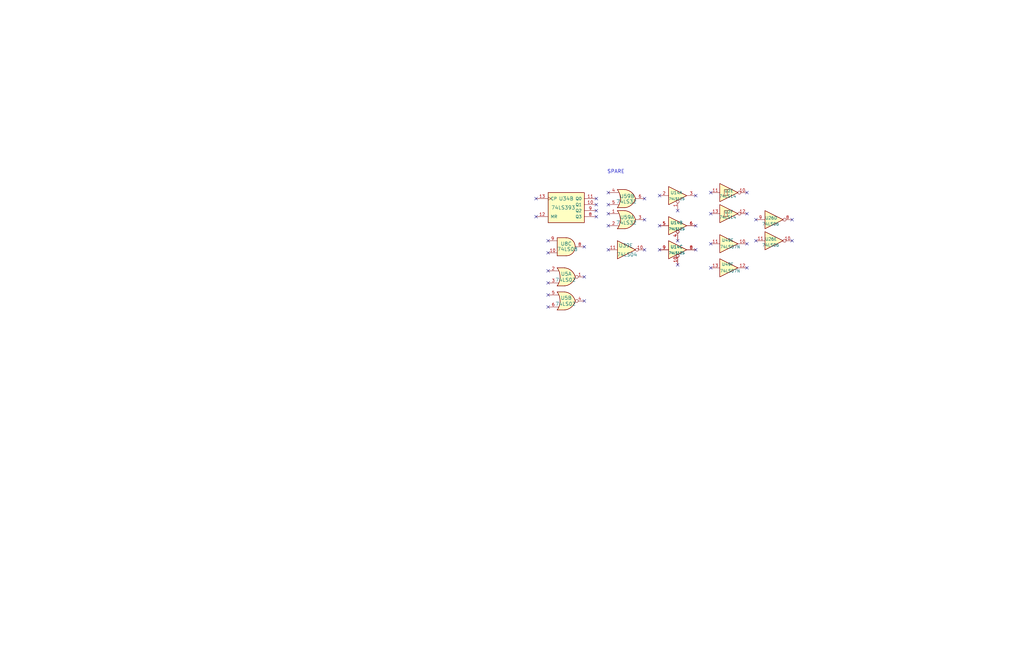
<source format=kicad_sch>
(kicad_sch
	(version 20250114)
	(generator "eeschema")
	(generator_version "9.0")
	(uuid "90c578dc-7e00-4a60-aeb6-bd2ba983a2f2")
	(paper "B")
	(title_block
		(title "N8PC")
		(date "2025-11-02")
		(rev "000.8")
		(comment 1 "https://github.com/danwerner21/N8PC")
		(comment 2 "Based on work by Andrew Lynch and John Coffman")
	)
	(lib_symbols
		(symbol "74xx:74LS02"
			(pin_names
				(offset 1.016)
			)
			(exclude_from_sim no)
			(in_bom yes)
			(on_board yes)
			(property "Reference" "U"
				(at 0 1.27 0)
				(effects
					(font
						(size 1.27 1.27)
					)
				)
			)
			(property "Value" "74LS02"
				(at 0 -1.27 0)
				(effects
					(font
						(size 1.27 1.27)
					)
				)
			)
			(property "Footprint" ""
				(at 0 0 0)
				(effects
					(font
						(size 1.27 1.27)
					)
					(hide yes)
				)
			)
			(property "Datasheet" "http://www.ti.com/lit/gpn/sn74ls02"
				(at 0 0 0)
				(effects
					(font
						(size 1.27 1.27)
					)
					(hide yes)
				)
			)
			(property "Description" "quad 2-input NOR gate"
				(at 0 0 0)
				(effects
					(font
						(size 1.27 1.27)
					)
					(hide yes)
				)
			)
			(property "ki_locked" ""
				(at 0 0 0)
				(effects
					(font
						(size 1.27 1.27)
					)
				)
			)
			(property "ki_keywords" "TTL Nor2"
				(at 0 0 0)
				(effects
					(font
						(size 1.27 1.27)
					)
					(hide yes)
				)
			)
			(property "ki_fp_filters" "SO14* DIP*W7.62mm*"
				(at 0 0 0)
				(effects
					(font
						(size 1.27 1.27)
					)
					(hide yes)
				)
			)
			(symbol "74LS02_1_1"
				(arc
					(start -3.81 3.81)
					(mid -2.589 0)
					(end -3.81 -3.81)
					(stroke
						(width 0.254)
						(type default)
					)
					(fill
						(type none)
					)
				)
				(polyline
					(pts
						(xy -3.81 3.81) (xy -0.635 3.81)
					)
					(stroke
						(width 0.254)
						(type default)
					)
					(fill
						(type background)
					)
				)
				(polyline
					(pts
						(xy -3.81 -3.81) (xy -0.635 -3.81)
					)
					(stroke
						(width 0.254)
						(type default)
					)
					(fill
						(type background)
					)
				)
				(arc
					(start 3.81 0)
					(mid 2.1855 -2.584)
					(end -0.6096 -3.81)
					(stroke
						(width 0.254)
						(type default)
					)
					(fill
						(type background)
					)
				)
				(arc
					(start -0.6096 3.81)
					(mid 2.1928 2.5924)
					(end 3.81 0)
					(stroke
						(width 0.254)
						(type default)
					)
					(fill
						(type background)
					)
				)
				(polyline
					(pts
						(xy -0.635 3.81) (xy -3.81 3.81) (xy -3.81 3.81) (xy -3.556 3.4036) (xy -3.0226 2.2606) (xy -2.6924 1.0414)
						(xy -2.6162 -0.254) (xy -2.7686 -1.4986) (xy -3.175 -2.7178) (xy -3.81 -3.81) (xy -3.81 -3.81)
						(xy -0.635 -3.81)
					)
					(stroke
						(width -25.4)
						(type default)
					)
					(fill
						(type background)
					)
				)
				(pin input line
					(at -7.62 2.54 0)
					(length 4.318)
					(name "~"
						(effects
							(font
								(size 1.27 1.27)
							)
						)
					)
					(number "2"
						(effects
							(font
								(size 1.27 1.27)
							)
						)
					)
				)
				(pin input line
					(at -7.62 -2.54 0)
					(length 4.318)
					(name "~"
						(effects
							(font
								(size 1.27 1.27)
							)
						)
					)
					(number "3"
						(effects
							(font
								(size 1.27 1.27)
							)
						)
					)
				)
				(pin output inverted
					(at 7.62 0 180)
					(length 3.81)
					(name "~"
						(effects
							(font
								(size 1.27 1.27)
							)
						)
					)
					(number "1"
						(effects
							(font
								(size 1.27 1.27)
							)
						)
					)
				)
			)
			(symbol "74LS02_1_2"
				(arc
					(start 0 3.81)
					(mid 3.7934 0)
					(end 0 -3.81)
					(stroke
						(width 0.254)
						(type default)
					)
					(fill
						(type background)
					)
				)
				(polyline
					(pts
						(xy 0 3.81) (xy -3.81 3.81) (xy -3.81 -3.81) (xy 0 -3.81)
					)
					(stroke
						(width 0.254)
						(type default)
					)
					(fill
						(type background)
					)
				)
				(pin input inverted
					(at -7.62 2.54 0)
					(length 3.81)
					(name "~"
						(effects
							(font
								(size 1.27 1.27)
							)
						)
					)
					(number "2"
						(effects
							(font
								(size 1.27 1.27)
							)
						)
					)
				)
				(pin input inverted
					(at -7.62 -2.54 0)
					(length 3.81)
					(name "~"
						(effects
							(font
								(size 1.27 1.27)
							)
						)
					)
					(number "3"
						(effects
							(font
								(size 1.27 1.27)
							)
						)
					)
				)
				(pin output line
					(at 7.62 0 180)
					(length 3.81)
					(name "~"
						(effects
							(font
								(size 1.27 1.27)
							)
						)
					)
					(number "1"
						(effects
							(font
								(size 1.27 1.27)
							)
						)
					)
				)
			)
			(symbol "74LS02_2_1"
				(arc
					(start -3.81 3.81)
					(mid -2.589 0)
					(end -3.81 -3.81)
					(stroke
						(width 0.254)
						(type default)
					)
					(fill
						(type none)
					)
				)
				(polyline
					(pts
						(xy -3.81 3.81) (xy -0.635 3.81)
					)
					(stroke
						(width 0.254)
						(type default)
					)
					(fill
						(type background)
					)
				)
				(polyline
					(pts
						(xy -3.81 -3.81) (xy -0.635 -3.81)
					)
					(stroke
						(width 0.254)
						(type default)
					)
					(fill
						(type background)
					)
				)
				(arc
					(start 3.81 0)
					(mid 2.1855 -2.584)
					(end -0.6096 -3.81)
					(stroke
						(width 0.254)
						(type default)
					)
					(fill
						(type background)
					)
				)
				(arc
					(start -0.6096 3.81)
					(mid 2.1928 2.5924)
					(end 3.81 0)
					(stroke
						(width 0.254)
						(type default)
					)
					(fill
						(type background)
					)
				)
				(polyline
					(pts
						(xy -0.635 3.81) (xy -3.81 3.81) (xy -3.81 3.81) (xy -3.556 3.4036) (xy -3.0226 2.2606) (xy -2.6924 1.0414)
						(xy -2.6162 -0.254) (xy -2.7686 -1.4986) (xy -3.175 -2.7178) (xy -3.81 -3.81) (xy -3.81 -3.81)
						(xy -0.635 -3.81)
					)
					(stroke
						(width -25.4)
						(type default)
					)
					(fill
						(type background)
					)
				)
				(pin input line
					(at -7.62 2.54 0)
					(length 4.318)
					(name "~"
						(effects
							(font
								(size 1.27 1.27)
							)
						)
					)
					(number "5"
						(effects
							(font
								(size 1.27 1.27)
							)
						)
					)
				)
				(pin input line
					(at -7.62 -2.54 0)
					(length 4.318)
					(name "~"
						(effects
							(font
								(size 1.27 1.27)
							)
						)
					)
					(number "6"
						(effects
							(font
								(size 1.27 1.27)
							)
						)
					)
				)
				(pin output inverted
					(at 7.62 0 180)
					(length 3.81)
					(name "~"
						(effects
							(font
								(size 1.27 1.27)
							)
						)
					)
					(number "4"
						(effects
							(font
								(size 1.27 1.27)
							)
						)
					)
				)
			)
			(symbol "74LS02_2_2"
				(arc
					(start 0 3.81)
					(mid 3.7934 0)
					(end 0 -3.81)
					(stroke
						(width 0.254)
						(type default)
					)
					(fill
						(type background)
					)
				)
				(polyline
					(pts
						(xy 0 3.81) (xy -3.81 3.81) (xy -3.81 -3.81) (xy 0 -3.81)
					)
					(stroke
						(width 0.254)
						(type default)
					)
					(fill
						(type background)
					)
				)
				(pin input inverted
					(at -7.62 2.54 0)
					(length 3.81)
					(name "~"
						(effects
							(font
								(size 1.27 1.27)
							)
						)
					)
					(number "5"
						(effects
							(font
								(size 1.27 1.27)
							)
						)
					)
				)
				(pin input inverted
					(at -7.62 -2.54 0)
					(length 3.81)
					(name "~"
						(effects
							(font
								(size 1.27 1.27)
							)
						)
					)
					(number "6"
						(effects
							(font
								(size 1.27 1.27)
							)
						)
					)
				)
				(pin output line
					(at 7.62 0 180)
					(length 3.81)
					(name "~"
						(effects
							(font
								(size 1.27 1.27)
							)
						)
					)
					(number "4"
						(effects
							(font
								(size 1.27 1.27)
							)
						)
					)
				)
			)
			(symbol "74LS02_3_1"
				(arc
					(start -3.81 3.81)
					(mid -2.589 0)
					(end -3.81 -3.81)
					(stroke
						(width 0.254)
						(type default)
					)
					(fill
						(type none)
					)
				)
				(polyline
					(pts
						(xy -3.81 3.81) (xy -0.635 3.81)
					)
					(stroke
						(width 0.254)
						(type default)
					)
					(fill
						(type background)
					)
				)
				(polyline
					(pts
						(xy -3.81 -3.81) (xy -0.635 -3.81)
					)
					(stroke
						(width 0.254)
						(type default)
					)
					(fill
						(type background)
					)
				)
				(arc
					(start 3.81 0)
					(mid 2.1855 -2.584)
					(end -0.6096 -3.81)
					(stroke
						(width 0.254)
						(type default)
					)
					(fill
						(type background)
					)
				)
				(arc
					(start -0.6096 3.81)
					(mid 2.1928 2.5924)
					(end 3.81 0)
					(stroke
						(width 0.254)
						(type default)
					)
					(fill
						(type background)
					)
				)
				(polyline
					(pts
						(xy -0.635 3.81) (xy -3.81 3.81) (xy -3.81 3.81) (xy -3.556 3.4036) (xy -3.0226 2.2606) (xy -2.6924 1.0414)
						(xy -2.6162 -0.254) (xy -2.7686 -1.4986) (xy -3.175 -2.7178) (xy -3.81 -3.81) (xy -3.81 -3.81)
						(xy -0.635 -3.81)
					)
					(stroke
						(width -25.4)
						(type default)
					)
					(fill
						(type background)
					)
				)
				(pin input line
					(at -7.62 2.54 0)
					(length 4.318)
					(name "~"
						(effects
							(font
								(size 1.27 1.27)
							)
						)
					)
					(number "8"
						(effects
							(font
								(size 1.27 1.27)
							)
						)
					)
				)
				(pin input line
					(at -7.62 -2.54 0)
					(length 4.318)
					(name "~"
						(effects
							(font
								(size 1.27 1.27)
							)
						)
					)
					(number "9"
						(effects
							(font
								(size 1.27 1.27)
							)
						)
					)
				)
				(pin output inverted
					(at 7.62 0 180)
					(length 3.81)
					(name "~"
						(effects
							(font
								(size 1.27 1.27)
							)
						)
					)
					(number "10"
						(effects
							(font
								(size 1.27 1.27)
							)
						)
					)
				)
			)
			(symbol "74LS02_3_2"
				(arc
					(start 0 3.81)
					(mid 3.7934 0)
					(end 0 -3.81)
					(stroke
						(width 0.254)
						(type default)
					)
					(fill
						(type background)
					)
				)
				(polyline
					(pts
						(xy 0 3.81) (xy -3.81 3.81) (xy -3.81 -3.81) (xy 0 -3.81)
					)
					(stroke
						(width 0.254)
						(type default)
					)
					(fill
						(type background)
					)
				)
				(pin input inverted
					(at -7.62 2.54 0)
					(length 3.81)
					(name "~"
						(effects
							(font
								(size 1.27 1.27)
							)
						)
					)
					(number "8"
						(effects
							(font
								(size 1.27 1.27)
							)
						)
					)
				)
				(pin input inverted
					(at -7.62 -2.54 0)
					(length 3.81)
					(name "~"
						(effects
							(font
								(size 1.27 1.27)
							)
						)
					)
					(number "9"
						(effects
							(font
								(size 1.27 1.27)
							)
						)
					)
				)
				(pin output line
					(at 7.62 0 180)
					(length 3.81)
					(name "~"
						(effects
							(font
								(size 1.27 1.27)
							)
						)
					)
					(number "10"
						(effects
							(font
								(size 1.27 1.27)
							)
						)
					)
				)
			)
			(symbol "74LS02_4_1"
				(arc
					(start -3.81 3.81)
					(mid -2.589 0)
					(end -3.81 -3.81)
					(stroke
						(width 0.254)
						(type default)
					)
					(fill
						(type none)
					)
				)
				(polyline
					(pts
						(xy -3.81 3.81) (xy -0.635 3.81)
					)
					(stroke
						(width 0.254)
						(type default)
					)
					(fill
						(type background)
					)
				)
				(polyline
					(pts
						(xy -3.81 -3.81) (xy -0.635 -3.81)
					)
					(stroke
						(width 0.254)
						(type default)
					)
					(fill
						(type background)
					)
				)
				(arc
					(start 3.81 0)
					(mid 2.1855 -2.584)
					(end -0.6096 -3.81)
					(stroke
						(width 0.254)
						(type default)
					)
					(fill
						(type background)
					)
				)
				(arc
					(start -0.6096 3.81)
					(mid 2.1928 2.5924)
					(end 3.81 0)
					(stroke
						(width 0.254)
						(type default)
					)
					(fill
						(type background)
					)
				)
				(polyline
					(pts
						(xy -0.635 3.81) (xy -3.81 3.81) (xy -3.81 3.81) (xy -3.556 3.4036) (xy -3.0226 2.2606) (xy -2.6924 1.0414)
						(xy -2.6162 -0.254) (xy -2.7686 -1.4986) (xy -3.175 -2.7178) (xy -3.81 -3.81) (xy -3.81 -3.81)
						(xy -0.635 -3.81)
					)
					(stroke
						(width -25.4)
						(type default)
					)
					(fill
						(type background)
					)
				)
				(pin input line
					(at -7.62 2.54 0)
					(length 4.318)
					(name "~"
						(effects
							(font
								(size 1.27 1.27)
							)
						)
					)
					(number "11"
						(effects
							(font
								(size 1.27 1.27)
							)
						)
					)
				)
				(pin input line
					(at -7.62 -2.54 0)
					(length 4.318)
					(name "~"
						(effects
							(font
								(size 1.27 1.27)
							)
						)
					)
					(number "12"
						(effects
							(font
								(size 1.27 1.27)
							)
						)
					)
				)
				(pin output inverted
					(at 7.62 0 180)
					(length 3.81)
					(name "~"
						(effects
							(font
								(size 1.27 1.27)
							)
						)
					)
					(number "13"
						(effects
							(font
								(size 1.27 1.27)
							)
						)
					)
				)
			)
			(symbol "74LS02_4_2"
				(arc
					(start 0 3.81)
					(mid 3.7934 0)
					(end 0 -3.81)
					(stroke
						(width 0.254)
						(type default)
					)
					(fill
						(type background)
					)
				)
				(polyline
					(pts
						(xy 0 3.81) (xy -3.81 3.81) (xy -3.81 -3.81) (xy 0 -3.81)
					)
					(stroke
						(width 0.254)
						(type default)
					)
					(fill
						(type background)
					)
				)
				(pin input inverted
					(at -7.62 2.54 0)
					(length 3.81)
					(name "~"
						(effects
							(font
								(size 1.27 1.27)
							)
						)
					)
					(number "11"
						(effects
							(font
								(size 1.27 1.27)
							)
						)
					)
				)
				(pin input inverted
					(at -7.62 -2.54 0)
					(length 3.81)
					(name "~"
						(effects
							(font
								(size 1.27 1.27)
							)
						)
					)
					(number "12"
						(effects
							(font
								(size 1.27 1.27)
							)
						)
					)
				)
				(pin output line
					(at 7.62 0 180)
					(length 3.81)
					(name "~"
						(effects
							(font
								(size 1.27 1.27)
							)
						)
					)
					(number "13"
						(effects
							(font
								(size 1.27 1.27)
							)
						)
					)
				)
			)
			(symbol "74LS02_5_0"
				(pin power_in line
					(at 0 12.7 270)
					(length 5.08)
					(name "VCC"
						(effects
							(font
								(size 1.27 1.27)
							)
						)
					)
					(number "14"
						(effects
							(font
								(size 1.27 1.27)
							)
						)
					)
				)
				(pin power_in line
					(at 0 -12.7 90)
					(length 5.08)
					(name "GND"
						(effects
							(font
								(size 1.27 1.27)
							)
						)
					)
					(number "7"
						(effects
							(font
								(size 1.27 1.27)
							)
						)
					)
				)
			)
			(symbol "74LS02_5_1"
				(rectangle
					(start -5.08 7.62)
					(end 5.08 -7.62)
					(stroke
						(width 0.254)
						(type default)
					)
					(fill
						(type background)
					)
				)
			)
			(embedded_fonts no)
		)
		(symbol "74xx:74LS04"
			(exclude_from_sim no)
			(in_bom yes)
			(on_board yes)
			(property "Reference" "U"
				(at 0 1.27 0)
				(effects
					(font
						(size 1.27 1.27)
					)
				)
			)
			(property "Value" "74LS04"
				(at 0 -1.27 0)
				(effects
					(font
						(size 1.27 1.27)
					)
				)
			)
			(property "Footprint" ""
				(at 0 0 0)
				(effects
					(font
						(size 1.27 1.27)
					)
					(hide yes)
				)
			)
			(property "Datasheet" "http://www.ti.com/lit/gpn/sn74LS04"
				(at 0 0 0)
				(effects
					(font
						(size 1.27 1.27)
					)
					(hide yes)
				)
			)
			(property "Description" "Hex Inverter"
				(at 0 0 0)
				(effects
					(font
						(size 1.27 1.27)
					)
					(hide yes)
				)
			)
			(property "ki_locked" ""
				(at 0 0 0)
				(effects
					(font
						(size 1.27 1.27)
					)
				)
			)
			(property "ki_keywords" "TTL not inv"
				(at 0 0 0)
				(effects
					(font
						(size 1.27 1.27)
					)
					(hide yes)
				)
			)
			(property "ki_fp_filters" "DIP*W7.62mm* SSOP?14* TSSOP?14*"
				(at 0 0 0)
				(effects
					(font
						(size 1.27 1.27)
					)
					(hide yes)
				)
			)
			(symbol "74LS04_1_0"
				(polyline
					(pts
						(xy -3.81 3.81) (xy -3.81 -3.81) (xy 3.81 0) (xy -3.81 3.81)
					)
					(stroke
						(width 0.254)
						(type default)
					)
					(fill
						(type background)
					)
				)
				(pin input line
					(at -7.62 0 0)
					(length 3.81)
					(name "~"
						(effects
							(font
								(size 1.27 1.27)
							)
						)
					)
					(number "1"
						(effects
							(font
								(size 1.27 1.27)
							)
						)
					)
				)
				(pin output inverted
					(at 7.62 0 180)
					(length 3.81)
					(name "~"
						(effects
							(font
								(size 1.27 1.27)
							)
						)
					)
					(number "2"
						(effects
							(font
								(size 1.27 1.27)
							)
						)
					)
				)
			)
			(symbol "74LS04_2_0"
				(polyline
					(pts
						(xy -3.81 3.81) (xy -3.81 -3.81) (xy 3.81 0) (xy -3.81 3.81)
					)
					(stroke
						(width 0.254)
						(type default)
					)
					(fill
						(type background)
					)
				)
				(pin input line
					(at -7.62 0 0)
					(length 3.81)
					(name "~"
						(effects
							(font
								(size 1.27 1.27)
							)
						)
					)
					(number "3"
						(effects
							(font
								(size 1.27 1.27)
							)
						)
					)
				)
				(pin output inverted
					(at 7.62 0 180)
					(length 3.81)
					(name "~"
						(effects
							(font
								(size 1.27 1.27)
							)
						)
					)
					(number "4"
						(effects
							(font
								(size 1.27 1.27)
							)
						)
					)
				)
			)
			(symbol "74LS04_3_0"
				(polyline
					(pts
						(xy -3.81 3.81) (xy -3.81 -3.81) (xy 3.81 0) (xy -3.81 3.81)
					)
					(stroke
						(width 0.254)
						(type default)
					)
					(fill
						(type background)
					)
				)
				(pin input line
					(at -7.62 0 0)
					(length 3.81)
					(name "~"
						(effects
							(font
								(size 1.27 1.27)
							)
						)
					)
					(number "5"
						(effects
							(font
								(size 1.27 1.27)
							)
						)
					)
				)
				(pin output inverted
					(at 7.62 0 180)
					(length 3.81)
					(name "~"
						(effects
							(font
								(size 1.27 1.27)
							)
						)
					)
					(number "6"
						(effects
							(font
								(size 1.27 1.27)
							)
						)
					)
				)
			)
			(symbol "74LS04_4_0"
				(polyline
					(pts
						(xy -3.81 3.81) (xy -3.81 -3.81) (xy 3.81 0) (xy -3.81 3.81)
					)
					(stroke
						(width 0.254)
						(type default)
					)
					(fill
						(type background)
					)
				)
				(pin input line
					(at -7.62 0 0)
					(length 3.81)
					(name "~"
						(effects
							(font
								(size 1.27 1.27)
							)
						)
					)
					(number "9"
						(effects
							(font
								(size 1.27 1.27)
							)
						)
					)
				)
				(pin output inverted
					(at 7.62 0 180)
					(length 3.81)
					(name "~"
						(effects
							(font
								(size 1.27 1.27)
							)
						)
					)
					(number "8"
						(effects
							(font
								(size 1.27 1.27)
							)
						)
					)
				)
			)
			(symbol "74LS04_5_0"
				(polyline
					(pts
						(xy -3.81 3.81) (xy -3.81 -3.81) (xy 3.81 0) (xy -3.81 3.81)
					)
					(stroke
						(width 0.254)
						(type default)
					)
					(fill
						(type background)
					)
				)
				(pin input line
					(at -7.62 0 0)
					(length 3.81)
					(name "~"
						(effects
							(font
								(size 1.27 1.27)
							)
						)
					)
					(number "11"
						(effects
							(font
								(size 1.27 1.27)
							)
						)
					)
				)
				(pin output inverted
					(at 7.62 0 180)
					(length 3.81)
					(name "~"
						(effects
							(font
								(size 1.27 1.27)
							)
						)
					)
					(number "10"
						(effects
							(font
								(size 1.27 1.27)
							)
						)
					)
				)
			)
			(symbol "74LS04_6_0"
				(polyline
					(pts
						(xy -3.81 3.81) (xy -3.81 -3.81) (xy 3.81 0) (xy -3.81 3.81)
					)
					(stroke
						(width 0.254)
						(type default)
					)
					(fill
						(type background)
					)
				)
				(pin input line
					(at -7.62 0 0)
					(length 3.81)
					(name "~"
						(effects
							(font
								(size 1.27 1.27)
							)
						)
					)
					(number "13"
						(effects
							(font
								(size 1.27 1.27)
							)
						)
					)
				)
				(pin output inverted
					(at 7.62 0 180)
					(length 3.81)
					(name "~"
						(effects
							(font
								(size 1.27 1.27)
							)
						)
					)
					(number "12"
						(effects
							(font
								(size 1.27 1.27)
							)
						)
					)
				)
			)
			(symbol "74LS04_7_0"
				(pin power_in line
					(at 0 12.7 270)
					(length 5.08)
					(name "VCC"
						(effects
							(font
								(size 1.27 1.27)
							)
						)
					)
					(number "14"
						(effects
							(font
								(size 1.27 1.27)
							)
						)
					)
				)
				(pin power_in line
					(at 0 -12.7 90)
					(length 5.08)
					(name "GND"
						(effects
							(font
								(size 1.27 1.27)
							)
						)
					)
					(number "7"
						(effects
							(font
								(size 1.27 1.27)
							)
						)
					)
				)
			)
			(symbol "74LS04_7_1"
				(rectangle
					(start -5.08 7.62)
					(end 5.08 -7.62)
					(stroke
						(width 0.254)
						(type default)
					)
					(fill
						(type background)
					)
				)
			)
			(embedded_fonts no)
		)
		(symbol "74xx:74LS06N"
			(pin_names
				(offset 1.016)
			)
			(exclude_from_sim no)
			(in_bom yes)
			(on_board yes)
			(property "Reference" "U"
				(at 0 1.27 0)
				(effects
					(font
						(size 1.27 1.27)
					)
				)
			)
			(property "Value" "74LS06N"
				(at 0 -1.27 0)
				(effects
					(font
						(size 1.27 1.27)
					)
				)
			)
			(property "Footprint" ""
				(at 0 0 0)
				(effects
					(font
						(size 1.27 1.27)
					)
					(hide yes)
				)
			)
			(property "Datasheet" "http://www.ti.com/lit/gpn/sn74LS06N"
				(at 0 0 0)
				(effects
					(font
						(size 1.27 1.27)
					)
					(hide yes)
				)
			)
			(property "Description" "Inverter Open Collect"
				(at 0 0 0)
				(effects
					(font
						(size 1.27 1.27)
					)
					(hide yes)
				)
			)
			(property "ki_locked" ""
				(at 0 0 0)
				(effects
					(font
						(size 1.27 1.27)
					)
				)
			)
			(property "ki_keywords" "TTL not inv OpenCol"
				(at 0 0 0)
				(effects
					(font
						(size 1.27 1.27)
					)
					(hide yes)
				)
			)
			(property "ki_fp_filters" "DIP*W7.62mm*"
				(at 0 0 0)
				(effects
					(font
						(size 1.27 1.27)
					)
					(hide yes)
				)
			)
			(symbol "74LS06N_1_0"
				(polyline
					(pts
						(xy -3.81 3.81) (xy -3.81 -3.81) (xy 3.81 0) (xy -3.81 3.81)
					)
					(stroke
						(width 0.254)
						(type default)
					)
					(fill
						(type background)
					)
				)
				(pin input line
					(at -7.62 0 0)
					(length 3.81)
					(name "~"
						(effects
							(font
								(size 1.27 1.27)
							)
						)
					)
					(number "1"
						(effects
							(font
								(size 1.27 1.27)
							)
						)
					)
				)
				(pin open_collector inverted
					(at 7.62 0 180)
					(length 3.81)
					(name "~"
						(effects
							(font
								(size 1.27 1.27)
							)
						)
					)
					(number "2"
						(effects
							(font
								(size 1.27 1.27)
							)
						)
					)
				)
			)
			(symbol "74LS06N_2_0"
				(polyline
					(pts
						(xy -3.81 3.81) (xy -3.81 -3.81) (xy 3.81 0) (xy -3.81 3.81)
					)
					(stroke
						(width 0.254)
						(type default)
					)
					(fill
						(type background)
					)
				)
				(pin input line
					(at -7.62 0 0)
					(length 3.81)
					(name "~"
						(effects
							(font
								(size 1.27 1.27)
							)
						)
					)
					(number "3"
						(effects
							(font
								(size 1.27 1.27)
							)
						)
					)
				)
				(pin open_collector inverted
					(at 7.62 0 180)
					(length 3.81)
					(name "~"
						(effects
							(font
								(size 1.27 1.27)
							)
						)
					)
					(number "4"
						(effects
							(font
								(size 1.27 1.27)
							)
						)
					)
				)
			)
			(symbol "74LS06N_3_0"
				(polyline
					(pts
						(xy -3.81 3.81) (xy -3.81 -3.81) (xy 3.81 0) (xy -3.81 3.81)
					)
					(stroke
						(width 0.254)
						(type default)
					)
					(fill
						(type background)
					)
				)
				(pin input line
					(at -7.62 0 0)
					(length 3.81)
					(name "~"
						(effects
							(font
								(size 1.27 1.27)
							)
						)
					)
					(number "5"
						(effects
							(font
								(size 1.27 1.27)
							)
						)
					)
				)
				(pin open_collector inverted
					(at 7.62 0 180)
					(length 3.81)
					(name "~"
						(effects
							(font
								(size 1.27 1.27)
							)
						)
					)
					(number "6"
						(effects
							(font
								(size 1.27 1.27)
							)
						)
					)
				)
			)
			(symbol "74LS06N_4_0"
				(polyline
					(pts
						(xy -3.81 3.81) (xy -3.81 -3.81) (xy 3.81 0) (xy -3.81 3.81)
					)
					(stroke
						(width 0.254)
						(type default)
					)
					(fill
						(type background)
					)
				)
				(pin input line
					(at -7.62 0 0)
					(length 3.81)
					(name "~"
						(effects
							(font
								(size 1.27 1.27)
							)
						)
					)
					(number "9"
						(effects
							(font
								(size 1.27 1.27)
							)
						)
					)
				)
				(pin open_collector inverted
					(at 7.62 0 180)
					(length 3.81)
					(name "~"
						(effects
							(font
								(size 1.27 1.27)
							)
						)
					)
					(number "8"
						(effects
							(font
								(size 1.27 1.27)
							)
						)
					)
				)
			)
			(symbol "74LS06N_5_0"
				(polyline
					(pts
						(xy -3.81 3.81) (xy -3.81 -3.81) (xy 3.81 0) (xy -3.81 3.81)
					)
					(stroke
						(width 0.254)
						(type default)
					)
					(fill
						(type background)
					)
				)
				(pin input line
					(at -7.62 0 0)
					(length 3.81)
					(name "~"
						(effects
							(font
								(size 1.27 1.27)
							)
						)
					)
					(number "11"
						(effects
							(font
								(size 1.27 1.27)
							)
						)
					)
				)
				(pin open_collector inverted
					(at 7.62 0 180)
					(length 3.81)
					(name "~"
						(effects
							(font
								(size 1.27 1.27)
							)
						)
					)
					(number "10"
						(effects
							(font
								(size 1.27 1.27)
							)
						)
					)
				)
			)
			(symbol "74LS06N_6_0"
				(polyline
					(pts
						(xy -3.81 3.81) (xy -3.81 -3.81) (xy 3.81 0) (xy -3.81 3.81)
					)
					(stroke
						(width 0.254)
						(type default)
					)
					(fill
						(type background)
					)
				)
				(pin input line
					(at -7.62 0 0)
					(length 3.81)
					(name "~"
						(effects
							(font
								(size 1.27 1.27)
							)
						)
					)
					(number "13"
						(effects
							(font
								(size 1.27 1.27)
							)
						)
					)
				)
				(pin open_collector inverted
					(at 7.62 0 180)
					(length 3.81)
					(name "~"
						(effects
							(font
								(size 1.27 1.27)
							)
						)
					)
					(number "12"
						(effects
							(font
								(size 1.27 1.27)
							)
						)
					)
				)
			)
			(symbol "74LS06N_7_0"
				(pin power_in line
					(at 0 12.7 270)
					(length 5.08)
					(name "VCC"
						(effects
							(font
								(size 1.27 1.27)
							)
						)
					)
					(number "14"
						(effects
							(font
								(size 1.27 1.27)
							)
						)
					)
				)
				(pin power_in line
					(at 0 -12.7 90)
					(length 5.08)
					(name "GND"
						(effects
							(font
								(size 1.27 1.27)
							)
						)
					)
					(number "7"
						(effects
							(font
								(size 1.27 1.27)
							)
						)
					)
				)
			)
			(symbol "74LS06N_7_1"
				(rectangle
					(start -5.08 7.62)
					(end 5.08 -7.62)
					(stroke
						(width 0.254)
						(type default)
					)
					(fill
						(type background)
					)
				)
			)
			(embedded_fonts no)
		)
		(symbol "74xx:74LS07"
			(pin_names
				(offset 1.016)
			)
			(exclude_from_sim no)
			(in_bom yes)
			(on_board yes)
			(property "Reference" "U"
				(at 0 1.27 0)
				(effects
					(font
						(size 1.27 1.27)
					)
				)
			)
			(property "Value" "74LS07"
				(at 0 -1.27 0)
				(effects
					(font
						(size 1.27 1.27)
					)
				)
			)
			(property "Footprint" ""
				(at 0 0 0)
				(effects
					(font
						(size 1.27 1.27)
					)
					(hide yes)
				)
			)
			(property "Datasheet" "www.ti.com/lit/ds/symlink/sn74ls07.pdf"
				(at 0 0 0)
				(effects
					(font
						(size 1.27 1.27)
					)
					(hide yes)
				)
			)
			(property "Description" "Hex Buffers and Drivers With Open Collector High Voltage Outputs"
				(at 0 0 0)
				(effects
					(font
						(size 1.27 1.27)
					)
					(hide yes)
				)
			)
			(property "ki_locked" ""
				(at 0 0 0)
				(effects
					(font
						(size 1.27 1.27)
					)
				)
			)
			(property "ki_keywords" "TTL hex buffer OpenCol"
				(at 0 0 0)
				(effects
					(font
						(size 1.27 1.27)
					)
					(hide yes)
				)
			)
			(property "ki_fp_filters" "SOIC*3.9x8.7mm*P1.27mm* TSSOP*4.4x5mm*P0.65mm* DIP*W7.62mm*"
				(at 0 0 0)
				(effects
					(font
						(size 1.27 1.27)
					)
					(hide yes)
				)
			)
			(symbol "74LS07_1_0"
				(polyline
					(pts
						(xy -3.81 3.81) (xy -3.81 -3.81) (xy 3.81 0) (xy -3.81 3.81)
					)
					(stroke
						(width 0.254)
						(type default)
					)
					(fill
						(type background)
					)
				)
				(pin input line
					(at -7.62 0 0)
					(length 3.81)
					(name "~"
						(effects
							(font
								(size 1.27 1.27)
							)
						)
					)
					(number "1"
						(effects
							(font
								(size 1.27 1.27)
							)
						)
					)
				)
				(pin open_collector line
					(at 7.62 0 180)
					(length 3.81)
					(name "~"
						(effects
							(font
								(size 1.27 1.27)
							)
						)
					)
					(number "2"
						(effects
							(font
								(size 1.27 1.27)
							)
						)
					)
				)
			)
			(symbol "74LS07_2_0"
				(polyline
					(pts
						(xy -3.81 3.81) (xy -3.81 -3.81) (xy 3.81 0) (xy -3.81 3.81)
					)
					(stroke
						(width 0.254)
						(type default)
					)
					(fill
						(type background)
					)
				)
				(pin input line
					(at -7.62 0 0)
					(length 3.81)
					(name "~"
						(effects
							(font
								(size 1.27 1.27)
							)
						)
					)
					(number "3"
						(effects
							(font
								(size 1.27 1.27)
							)
						)
					)
				)
				(pin open_collector line
					(at 7.62 0 180)
					(length 3.81)
					(name "~"
						(effects
							(font
								(size 1.27 1.27)
							)
						)
					)
					(number "4"
						(effects
							(font
								(size 1.27 1.27)
							)
						)
					)
				)
			)
			(symbol "74LS07_3_0"
				(polyline
					(pts
						(xy -3.81 3.81) (xy -3.81 -3.81) (xy 3.81 0) (xy -3.81 3.81)
					)
					(stroke
						(width 0.254)
						(type default)
					)
					(fill
						(type background)
					)
				)
				(pin input line
					(at -7.62 0 0)
					(length 3.81)
					(name "~"
						(effects
							(font
								(size 1.27 1.27)
							)
						)
					)
					(number "5"
						(effects
							(font
								(size 1.27 1.27)
							)
						)
					)
				)
				(pin open_collector line
					(at 7.62 0 180)
					(length 3.81)
					(name "~"
						(effects
							(font
								(size 1.27 1.27)
							)
						)
					)
					(number "6"
						(effects
							(font
								(size 1.27 1.27)
							)
						)
					)
				)
			)
			(symbol "74LS07_4_0"
				(polyline
					(pts
						(xy -3.81 3.81) (xy -3.81 -3.81) (xy 3.81 0) (xy -3.81 3.81)
					)
					(stroke
						(width 0.254)
						(type default)
					)
					(fill
						(type background)
					)
				)
				(pin input line
					(at -7.62 0 0)
					(length 3.81)
					(name "~"
						(effects
							(font
								(size 1.27 1.27)
							)
						)
					)
					(number "9"
						(effects
							(font
								(size 1.27 1.27)
							)
						)
					)
				)
				(pin open_collector line
					(at 7.62 0 180)
					(length 3.81)
					(name "~"
						(effects
							(font
								(size 1.27 1.27)
							)
						)
					)
					(number "8"
						(effects
							(font
								(size 1.27 1.27)
							)
						)
					)
				)
			)
			(symbol "74LS07_5_0"
				(polyline
					(pts
						(xy -3.81 3.81) (xy -3.81 -3.81) (xy 3.81 0) (xy -3.81 3.81)
					)
					(stroke
						(width 0.254)
						(type default)
					)
					(fill
						(type background)
					)
				)
				(pin input line
					(at -7.62 0 0)
					(length 3.81)
					(name "~"
						(effects
							(font
								(size 1.27 1.27)
							)
						)
					)
					(number "11"
						(effects
							(font
								(size 1.27 1.27)
							)
						)
					)
				)
				(pin open_collector line
					(at 7.62 0 180)
					(length 3.81)
					(name "~"
						(effects
							(font
								(size 1.27 1.27)
							)
						)
					)
					(number "10"
						(effects
							(font
								(size 1.27 1.27)
							)
						)
					)
				)
			)
			(symbol "74LS07_6_0"
				(polyline
					(pts
						(xy -3.81 3.81) (xy -3.81 -3.81) (xy 3.81 0) (xy -3.81 3.81)
					)
					(stroke
						(width 0.254)
						(type default)
					)
					(fill
						(type background)
					)
				)
				(pin input line
					(at -7.62 0 0)
					(length 3.81)
					(name "~"
						(effects
							(font
								(size 1.27 1.27)
							)
						)
					)
					(number "13"
						(effects
							(font
								(size 1.27 1.27)
							)
						)
					)
				)
				(pin open_collector line
					(at 7.62 0 180)
					(length 3.81)
					(name "~"
						(effects
							(font
								(size 1.27 1.27)
							)
						)
					)
					(number "12"
						(effects
							(font
								(size 1.27 1.27)
							)
						)
					)
				)
			)
			(symbol "74LS07_7_0"
				(pin power_in line
					(at 0 12.7 270)
					(length 5.08)
					(name "VCC"
						(effects
							(font
								(size 1.27 1.27)
							)
						)
					)
					(number "14"
						(effects
							(font
								(size 1.27 1.27)
							)
						)
					)
				)
				(pin power_in line
					(at 0 -12.7 90)
					(length 5.08)
					(name "GND"
						(effects
							(font
								(size 1.27 1.27)
							)
						)
					)
					(number "7"
						(effects
							(font
								(size 1.27 1.27)
							)
						)
					)
				)
			)
			(symbol "74LS07_7_1"
				(rectangle
					(start -5.08 7.62)
					(end 5.08 -7.62)
					(stroke
						(width 0.254)
						(type default)
					)
					(fill
						(type background)
					)
				)
			)
			(embedded_fonts no)
		)
		(symbol "74xx:74LS08"
			(pin_names
				(offset 1.016)
			)
			(exclude_from_sim no)
			(in_bom yes)
			(on_board yes)
			(property "Reference" "U"
				(at 0 1.27 0)
				(effects
					(font
						(size 1.27 1.27)
					)
				)
			)
			(property "Value" "74LS08"
				(at 0 -1.27 0)
				(effects
					(font
						(size 1.27 1.27)
					)
				)
			)
			(property "Footprint" ""
				(at 0 0 0)
				(effects
					(font
						(size 1.27 1.27)
					)
					(hide yes)
				)
			)
			(property "Datasheet" "http://www.ti.com/lit/gpn/sn74LS08"
				(at 0 0 0)
				(effects
					(font
						(size 1.27 1.27)
					)
					(hide yes)
				)
			)
			(property "Description" "Quad And2"
				(at 0 0 0)
				(effects
					(font
						(size 1.27 1.27)
					)
					(hide yes)
				)
			)
			(property "ki_locked" ""
				(at 0 0 0)
				(effects
					(font
						(size 1.27 1.27)
					)
				)
			)
			(property "ki_keywords" "TTL and2"
				(at 0 0 0)
				(effects
					(font
						(size 1.27 1.27)
					)
					(hide yes)
				)
			)
			(property "ki_fp_filters" "DIP*W7.62mm*"
				(at 0 0 0)
				(effects
					(font
						(size 1.27 1.27)
					)
					(hide yes)
				)
			)
			(symbol "74LS08_1_1"
				(arc
					(start 0 3.81)
					(mid 3.7934 0)
					(end 0 -3.81)
					(stroke
						(width 0.254)
						(type default)
					)
					(fill
						(type background)
					)
				)
				(polyline
					(pts
						(xy 0 3.81) (xy -3.81 3.81) (xy -3.81 -3.81) (xy 0 -3.81)
					)
					(stroke
						(width 0.254)
						(type default)
					)
					(fill
						(type background)
					)
				)
				(pin input line
					(at -7.62 2.54 0)
					(length 3.81)
					(name "~"
						(effects
							(font
								(size 1.27 1.27)
							)
						)
					)
					(number "1"
						(effects
							(font
								(size 1.27 1.27)
							)
						)
					)
				)
				(pin input line
					(at -7.62 -2.54 0)
					(length 3.81)
					(name "~"
						(effects
							(font
								(size 1.27 1.27)
							)
						)
					)
					(number "2"
						(effects
							(font
								(size 1.27 1.27)
							)
						)
					)
				)
				(pin output line
					(at 7.62 0 180)
					(length 3.81)
					(name "~"
						(effects
							(font
								(size 1.27 1.27)
							)
						)
					)
					(number "3"
						(effects
							(font
								(size 1.27 1.27)
							)
						)
					)
				)
			)
			(symbol "74LS08_1_2"
				(arc
					(start -3.81 3.81)
					(mid -2.589 0)
					(end -3.81 -3.81)
					(stroke
						(width 0.254)
						(type default)
					)
					(fill
						(type none)
					)
				)
				(polyline
					(pts
						(xy -3.81 3.81) (xy -0.635 3.81)
					)
					(stroke
						(width 0.254)
						(type default)
					)
					(fill
						(type background)
					)
				)
				(polyline
					(pts
						(xy -3.81 -3.81) (xy -0.635 -3.81)
					)
					(stroke
						(width 0.254)
						(type default)
					)
					(fill
						(type background)
					)
				)
				(arc
					(start 3.81 0)
					(mid 2.1855 -2.584)
					(end -0.6096 -3.81)
					(stroke
						(width 0.254)
						(type default)
					)
					(fill
						(type background)
					)
				)
				(arc
					(start -0.6096 3.81)
					(mid 2.1928 2.5924)
					(end 3.81 0)
					(stroke
						(width 0.254)
						(type default)
					)
					(fill
						(type background)
					)
				)
				(polyline
					(pts
						(xy -0.635 3.81) (xy -3.81 3.81) (xy -3.81 3.81) (xy -3.556 3.4036) (xy -3.0226 2.2606) (xy -2.6924 1.0414)
						(xy -2.6162 -0.254) (xy -2.7686 -1.4986) (xy -3.175 -2.7178) (xy -3.81 -3.81) (xy -3.81 -3.81)
						(xy -0.635 -3.81)
					)
					(stroke
						(width -25.4)
						(type default)
					)
					(fill
						(type background)
					)
				)
				(pin input inverted
					(at -7.62 2.54 0)
					(length 4.318)
					(name "~"
						(effects
							(font
								(size 1.27 1.27)
							)
						)
					)
					(number "1"
						(effects
							(font
								(size 1.27 1.27)
							)
						)
					)
				)
				(pin input inverted
					(at -7.62 -2.54 0)
					(length 4.318)
					(name "~"
						(effects
							(font
								(size 1.27 1.27)
							)
						)
					)
					(number "2"
						(effects
							(font
								(size 1.27 1.27)
							)
						)
					)
				)
				(pin output inverted
					(at 7.62 0 180)
					(length 3.81)
					(name "~"
						(effects
							(font
								(size 1.27 1.27)
							)
						)
					)
					(number "3"
						(effects
							(font
								(size 1.27 1.27)
							)
						)
					)
				)
			)
			(symbol "74LS08_2_1"
				(arc
					(start 0 3.81)
					(mid 3.7934 0)
					(end 0 -3.81)
					(stroke
						(width 0.254)
						(type default)
					)
					(fill
						(type background)
					)
				)
				(polyline
					(pts
						(xy 0 3.81) (xy -3.81 3.81) (xy -3.81 -3.81) (xy 0 -3.81)
					)
					(stroke
						(width 0.254)
						(type default)
					)
					(fill
						(type background)
					)
				)
				(pin input line
					(at -7.62 2.54 0)
					(length 3.81)
					(name "~"
						(effects
							(font
								(size 1.27 1.27)
							)
						)
					)
					(number "4"
						(effects
							(font
								(size 1.27 1.27)
							)
						)
					)
				)
				(pin input line
					(at -7.62 -2.54 0)
					(length 3.81)
					(name "~"
						(effects
							(font
								(size 1.27 1.27)
							)
						)
					)
					(number "5"
						(effects
							(font
								(size 1.27 1.27)
							)
						)
					)
				)
				(pin output line
					(at 7.62 0 180)
					(length 3.81)
					(name "~"
						(effects
							(font
								(size 1.27 1.27)
							)
						)
					)
					(number "6"
						(effects
							(font
								(size 1.27 1.27)
							)
						)
					)
				)
			)
			(symbol "74LS08_2_2"
				(arc
					(start -3.81 3.81)
					(mid -2.589 0)
					(end -3.81 -3.81)
					(stroke
						(width 0.254)
						(type default)
					)
					(fill
						(type none)
					)
				)
				(polyline
					(pts
						(xy -3.81 3.81) (xy -0.635 3.81)
					)
					(stroke
						(width 0.254)
						(type default)
					)
					(fill
						(type background)
					)
				)
				(polyline
					(pts
						(xy -3.81 -3.81) (xy -0.635 -3.81)
					)
					(stroke
						(width 0.254)
						(type default)
					)
					(fill
						(type background)
					)
				)
				(arc
					(start 3.81 0)
					(mid 2.1855 -2.584)
					(end -0.6096 -3.81)
					(stroke
						(width 0.254)
						(type default)
					)
					(fill
						(type background)
					)
				)
				(arc
					(start -0.6096 3.81)
					(mid 2.1928 2.5924)
					(end 3.81 0)
					(stroke
						(width 0.254)
						(type default)
					)
					(fill
						(type background)
					)
				)
				(polyline
					(pts
						(xy -0.635 3.81) (xy -3.81 3.81) (xy -3.81 3.81) (xy -3.556 3.4036) (xy -3.0226 2.2606) (xy -2.6924 1.0414)
						(xy -2.6162 -0.254) (xy -2.7686 -1.4986) (xy -3.175 -2.7178) (xy -3.81 -3.81) (xy -3.81 -3.81)
						(xy -0.635 -3.81)
					)
					(stroke
						(width -25.4)
						(type default)
					)
					(fill
						(type background)
					)
				)
				(pin input inverted
					(at -7.62 2.54 0)
					(length 4.318)
					(name "~"
						(effects
							(font
								(size 1.27 1.27)
							)
						)
					)
					(number "4"
						(effects
							(font
								(size 1.27 1.27)
							)
						)
					)
				)
				(pin input inverted
					(at -7.62 -2.54 0)
					(length 4.318)
					(name "~"
						(effects
							(font
								(size 1.27 1.27)
							)
						)
					)
					(number "5"
						(effects
							(font
								(size 1.27 1.27)
							)
						)
					)
				)
				(pin output inverted
					(at 7.62 0 180)
					(length 3.81)
					(name "~"
						(effects
							(font
								(size 1.27 1.27)
							)
						)
					)
					(number "6"
						(effects
							(font
								(size 1.27 1.27)
							)
						)
					)
				)
			)
			(symbol "74LS08_3_1"
				(arc
					(start 0 3.81)
					(mid 3.7934 0)
					(end 0 -3.81)
					(stroke
						(width 0.254)
						(type default)
					)
					(fill
						(type background)
					)
				)
				(polyline
					(pts
						(xy 0 3.81) (xy -3.81 3.81) (xy -3.81 -3.81) (xy 0 -3.81)
					)
					(stroke
						(width 0.254)
						(type default)
					)
					(fill
						(type background)
					)
				)
				(pin input line
					(at -7.62 2.54 0)
					(length 3.81)
					(name "~"
						(effects
							(font
								(size 1.27 1.27)
							)
						)
					)
					(number "9"
						(effects
							(font
								(size 1.27 1.27)
							)
						)
					)
				)
				(pin input line
					(at -7.62 -2.54 0)
					(length 3.81)
					(name "~"
						(effects
							(font
								(size 1.27 1.27)
							)
						)
					)
					(number "10"
						(effects
							(font
								(size 1.27 1.27)
							)
						)
					)
				)
				(pin output line
					(at 7.62 0 180)
					(length 3.81)
					(name "~"
						(effects
							(font
								(size 1.27 1.27)
							)
						)
					)
					(number "8"
						(effects
							(font
								(size 1.27 1.27)
							)
						)
					)
				)
			)
			(symbol "74LS08_3_2"
				(arc
					(start -3.81 3.81)
					(mid -2.589 0)
					(end -3.81 -3.81)
					(stroke
						(width 0.254)
						(type default)
					)
					(fill
						(type none)
					)
				)
				(polyline
					(pts
						(xy -3.81 3.81) (xy -0.635 3.81)
					)
					(stroke
						(width 0.254)
						(type default)
					)
					(fill
						(type background)
					)
				)
				(polyline
					(pts
						(xy -3.81 -3.81) (xy -0.635 -3.81)
					)
					(stroke
						(width 0.254)
						(type default)
					)
					(fill
						(type background)
					)
				)
				(arc
					(start 3.81 0)
					(mid 2.1855 -2.584)
					(end -0.6096 -3.81)
					(stroke
						(width 0.254)
						(type default)
					)
					(fill
						(type background)
					)
				)
				(arc
					(start -0.6096 3.81)
					(mid 2.1928 2.5924)
					(end 3.81 0)
					(stroke
						(width 0.254)
						(type default)
					)
					(fill
						(type background)
					)
				)
				(polyline
					(pts
						(xy -0.635 3.81) (xy -3.81 3.81) (xy -3.81 3.81) (xy -3.556 3.4036) (xy -3.0226 2.2606) (xy -2.6924 1.0414)
						(xy -2.6162 -0.254) (xy -2.7686 -1.4986) (xy -3.175 -2.7178) (xy -3.81 -3.81) (xy -3.81 -3.81)
						(xy -0.635 -3.81)
					)
					(stroke
						(width -25.4)
						(type default)
					)
					(fill
						(type background)
					)
				)
				(pin input inverted
					(at -7.62 2.54 0)
					(length 4.318)
					(name "~"
						(effects
							(font
								(size 1.27 1.27)
							)
						)
					)
					(number "9"
						(effects
							(font
								(size 1.27 1.27)
							)
						)
					)
				)
				(pin input inverted
					(at -7.62 -2.54 0)
					(length 4.318)
					(name "~"
						(effects
							(font
								(size 1.27 1.27)
							)
						)
					)
					(number "10"
						(effects
							(font
								(size 1.27 1.27)
							)
						)
					)
				)
				(pin output inverted
					(at 7.62 0 180)
					(length 3.81)
					(name "~"
						(effects
							(font
								(size 1.27 1.27)
							)
						)
					)
					(number "8"
						(effects
							(font
								(size 1.27 1.27)
							)
						)
					)
				)
			)
			(symbol "74LS08_4_1"
				(arc
					(start 0 3.81)
					(mid 3.7934 0)
					(end 0 -3.81)
					(stroke
						(width 0.254)
						(type default)
					)
					(fill
						(type background)
					)
				)
				(polyline
					(pts
						(xy 0 3.81) (xy -3.81 3.81) (xy -3.81 -3.81) (xy 0 -3.81)
					)
					(stroke
						(width 0.254)
						(type default)
					)
					(fill
						(type background)
					)
				)
				(pin input line
					(at -7.62 2.54 0)
					(length 3.81)
					(name "~"
						(effects
							(font
								(size 1.27 1.27)
							)
						)
					)
					(number "12"
						(effects
							(font
								(size 1.27 1.27)
							)
						)
					)
				)
				(pin input line
					(at -7.62 -2.54 0)
					(length 3.81)
					(name "~"
						(effects
							(font
								(size 1.27 1.27)
							)
						)
					)
					(number "13"
						(effects
							(font
								(size 1.27 1.27)
							)
						)
					)
				)
				(pin output line
					(at 7.62 0 180)
					(length 3.81)
					(name "~"
						(effects
							(font
								(size 1.27 1.27)
							)
						)
					)
					(number "11"
						(effects
							(font
								(size 1.27 1.27)
							)
						)
					)
				)
			)
			(symbol "74LS08_4_2"
				(arc
					(start -3.81 3.81)
					(mid -2.589 0)
					(end -3.81 -3.81)
					(stroke
						(width 0.254)
						(type default)
					)
					(fill
						(type none)
					)
				)
				(polyline
					(pts
						(xy -3.81 3.81) (xy -0.635 3.81)
					)
					(stroke
						(width 0.254)
						(type default)
					)
					(fill
						(type background)
					)
				)
				(polyline
					(pts
						(xy -3.81 -3.81) (xy -0.635 -3.81)
					)
					(stroke
						(width 0.254)
						(type default)
					)
					(fill
						(type background)
					)
				)
				(arc
					(start 3.81 0)
					(mid 2.1855 -2.584)
					(end -0.6096 -3.81)
					(stroke
						(width 0.254)
						(type default)
					)
					(fill
						(type background)
					)
				)
				(arc
					(start -0.6096 3.81)
					(mid 2.1928 2.5924)
					(end 3.81 0)
					(stroke
						(width 0.254)
						(type default)
					)
					(fill
						(type background)
					)
				)
				(polyline
					(pts
						(xy -0.635 3.81) (xy -3.81 3.81) (xy -3.81 3.81) (xy -3.556 3.4036) (xy -3.0226 2.2606) (xy -2.6924 1.0414)
						(xy -2.6162 -0.254) (xy -2.7686 -1.4986) (xy -3.175 -2.7178) (xy -3.81 -3.81) (xy -3.81 -3.81)
						(xy -0.635 -3.81)
					)
					(stroke
						(width -25.4)
						(type default)
					)
					(fill
						(type background)
					)
				)
				(pin input inverted
					(at -7.62 2.54 0)
					(length 4.318)
					(name "~"
						(effects
							(font
								(size 1.27 1.27)
							)
						)
					)
					(number "12"
						(effects
							(font
								(size 1.27 1.27)
							)
						)
					)
				)
				(pin input inverted
					(at -7.62 -2.54 0)
					(length 4.318)
					(name "~"
						(effects
							(font
								(size 1.27 1.27)
							)
						)
					)
					(number "13"
						(effects
							(font
								(size 1.27 1.27)
							)
						)
					)
				)
				(pin output inverted
					(at 7.62 0 180)
					(length 3.81)
					(name "~"
						(effects
							(font
								(size 1.27 1.27)
							)
						)
					)
					(number "11"
						(effects
							(font
								(size 1.27 1.27)
							)
						)
					)
				)
			)
			(symbol "74LS08_5_0"
				(pin power_in line
					(at 0 12.7 270)
					(length 5.08)
					(name "VCC"
						(effects
							(font
								(size 1.27 1.27)
							)
						)
					)
					(number "14"
						(effects
							(font
								(size 1.27 1.27)
							)
						)
					)
				)
				(pin power_in line
					(at 0 -12.7 90)
					(length 5.08)
					(name "GND"
						(effects
							(font
								(size 1.27 1.27)
							)
						)
					)
					(number "7"
						(effects
							(font
								(size 1.27 1.27)
							)
						)
					)
				)
			)
			(symbol "74LS08_5_1"
				(rectangle
					(start -5.08 7.62)
					(end 5.08 -7.62)
					(stroke
						(width 0.254)
						(type default)
					)
					(fill
						(type background)
					)
				)
			)
			(embedded_fonts no)
		)
		(symbol "74xx:74LS125"
			(pin_names
				(offset 1.016)
			)
			(exclude_from_sim no)
			(in_bom yes)
			(on_board yes)
			(property "Reference" "U"
				(at 0 1.27 0)
				(effects
					(font
						(size 1.27 1.27)
					)
				)
			)
			(property "Value" "74LS125"
				(at 0 -1.27 0)
				(effects
					(font
						(size 1.27 1.27)
					)
				)
			)
			(property "Footprint" ""
				(at 0 0 0)
				(effects
					(font
						(size 1.27 1.27)
					)
					(hide yes)
				)
			)
			(property "Datasheet" "http://www.ti.com/lit/gpn/sn74LS125"
				(at 0 0 0)
				(effects
					(font
						(size 1.27 1.27)
					)
					(hide yes)
				)
			)
			(property "Description" "Quad buffer 3-State outputs"
				(at 0 0 0)
				(effects
					(font
						(size 1.27 1.27)
					)
					(hide yes)
				)
			)
			(property "ki_locked" ""
				(at 0 0 0)
				(effects
					(font
						(size 1.27 1.27)
					)
				)
			)
			(property "ki_keywords" "TTL buffer 3State"
				(at 0 0 0)
				(effects
					(font
						(size 1.27 1.27)
					)
					(hide yes)
				)
			)
			(property "ki_fp_filters" "DIP*W7.62mm*"
				(at 0 0 0)
				(effects
					(font
						(size 1.27 1.27)
					)
					(hide yes)
				)
			)
			(symbol "74LS125_1_0"
				(polyline
					(pts
						(xy -3.81 3.81) (xy -3.81 -3.81) (xy 3.81 0) (xy -3.81 3.81)
					)
					(stroke
						(width 0.254)
						(type default)
					)
					(fill
						(type background)
					)
				)
				(pin input line
					(at -7.62 0 0)
					(length 3.81)
					(name "~"
						(effects
							(font
								(size 1.27 1.27)
							)
						)
					)
					(number "2"
						(effects
							(font
								(size 1.27 1.27)
							)
						)
					)
				)
				(pin input inverted
					(at 0 -6.35 90)
					(length 4.445)
					(name "~"
						(effects
							(font
								(size 1.27 1.27)
							)
						)
					)
					(number "1"
						(effects
							(font
								(size 1.27 1.27)
							)
						)
					)
				)
				(pin tri_state line
					(at 7.62 0 180)
					(length 3.81)
					(name "~"
						(effects
							(font
								(size 1.27 1.27)
							)
						)
					)
					(number "3"
						(effects
							(font
								(size 1.27 1.27)
							)
						)
					)
				)
			)
			(symbol "74LS125_2_0"
				(polyline
					(pts
						(xy -3.81 3.81) (xy -3.81 -3.81) (xy 3.81 0) (xy -3.81 3.81)
					)
					(stroke
						(width 0.254)
						(type default)
					)
					(fill
						(type background)
					)
				)
				(pin input line
					(at -7.62 0 0)
					(length 3.81)
					(name "~"
						(effects
							(font
								(size 1.27 1.27)
							)
						)
					)
					(number "5"
						(effects
							(font
								(size 1.27 1.27)
							)
						)
					)
				)
				(pin input inverted
					(at 0 -6.35 90)
					(length 4.445)
					(name "~"
						(effects
							(font
								(size 1.27 1.27)
							)
						)
					)
					(number "4"
						(effects
							(font
								(size 1.27 1.27)
							)
						)
					)
				)
				(pin tri_state line
					(at 7.62 0 180)
					(length 3.81)
					(name "~"
						(effects
							(font
								(size 1.27 1.27)
							)
						)
					)
					(number "6"
						(effects
							(font
								(size 1.27 1.27)
							)
						)
					)
				)
			)
			(symbol "74LS125_3_0"
				(polyline
					(pts
						(xy -3.81 3.81) (xy -3.81 -3.81) (xy 3.81 0) (xy -3.81 3.81)
					)
					(stroke
						(width 0.254)
						(type default)
					)
					(fill
						(type background)
					)
				)
				(pin input line
					(at -7.62 0 0)
					(length 3.81)
					(name "~"
						(effects
							(font
								(size 1.27 1.27)
							)
						)
					)
					(number "9"
						(effects
							(font
								(size 1.27 1.27)
							)
						)
					)
				)
				(pin input inverted
					(at 0 -6.35 90)
					(length 4.445)
					(name "~"
						(effects
							(font
								(size 1.27 1.27)
							)
						)
					)
					(number "10"
						(effects
							(font
								(size 1.27 1.27)
							)
						)
					)
				)
				(pin tri_state line
					(at 7.62 0 180)
					(length 3.81)
					(name "~"
						(effects
							(font
								(size 1.27 1.27)
							)
						)
					)
					(number "8"
						(effects
							(font
								(size 1.27 1.27)
							)
						)
					)
				)
			)
			(symbol "74LS125_4_0"
				(polyline
					(pts
						(xy -3.81 3.81) (xy -3.81 -3.81) (xy 3.81 0) (xy -3.81 3.81)
					)
					(stroke
						(width 0.254)
						(type default)
					)
					(fill
						(type background)
					)
				)
				(pin input line
					(at -7.62 0 0)
					(length 3.81)
					(name "~"
						(effects
							(font
								(size 1.27 1.27)
							)
						)
					)
					(number "12"
						(effects
							(font
								(size 1.27 1.27)
							)
						)
					)
				)
				(pin input inverted
					(at 0 -6.35 90)
					(length 4.445)
					(name "~"
						(effects
							(font
								(size 1.27 1.27)
							)
						)
					)
					(number "13"
						(effects
							(font
								(size 1.27 1.27)
							)
						)
					)
				)
				(pin tri_state line
					(at 7.62 0 180)
					(length 3.81)
					(name "~"
						(effects
							(font
								(size 1.27 1.27)
							)
						)
					)
					(number "11"
						(effects
							(font
								(size 1.27 1.27)
							)
						)
					)
				)
			)
			(symbol "74LS125_5_0"
				(pin power_in line
					(at 0 12.7 270)
					(length 5.08)
					(name "VCC"
						(effects
							(font
								(size 1.27 1.27)
							)
						)
					)
					(number "14"
						(effects
							(font
								(size 1.27 1.27)
							)
						)
					)
				)
				(pin power_in line
					(at 0 -12.7 90)
					(length 5.08)
					(name "GND"
						(effects
							(font
								(size 1.27 1.27)
							)
						)
					)
					(number "7"
						(effects
							(font
								(size 1.27 1.27)
							)
						)
					)
				)
			)
			(symbol "74LS125_5_1"
				(rectangle
					(start -5.08 7.62)
					(end 5.08 -7.62)
					(stroke
						(width 0.254)
						(type default)
					)
					(fill
						(type background)
					)
				)
			)
			(embedded_fonts no)
		)
		(symbol "74xx:74LS14"
			(pin_names
				(offset 1.016)
			)
			(exclude_from_sim no)
			(in_bom yes)
			(on_board yes)
			(property "Reference" "U"
				(at 0 1.27 0)
				(effects
					(font
						(size 1.27 1.27)
					)
				)
			)
			(property "Value" "74LS14"
				(at 0 -1.27 0)
				(effects
					(font
						(size 1.27 1.27)
					)
				)
			)
			(property "Footprint" ""
				(at 0 0 0)
				(effects
					(font
						(size 1.27 1.27)
					)
					(hide yes)
				)
			)
			(property "Datasheet" "http://www.ti.com/lit/gpn/sn74LS14"
				(at 0 0 0)
				(effects
					(font
						(size 1.27 1.27)
					)
					(hide yes)
				)
			)
			(property "Description" "Hex inverter schmitt trigger"
				(at 0 0 0)
				(effects
					(font
						(size 1.27 1.27)
					)
					(hide yes)
				)
			)
			(property "ki_locked" ""
				(at 0 0 0)
				(effects
					(font
						(size 1.27 1.27)
					)
				)
			)
			(property "ki_keywords" "TTL not inverter"
				(at 0 0 0)
				(effects
					(font
						(size 1.27 1.27)
					)
					(hide yes)
				)
			)
			(property "ki_fp_filters" "DIP*W7.62mm*"
				(at 0 0 0)
				(effects
					(font
						(size 1.27 1.27)
					)
					(hide yes)
				)
			)
			(symbol "74LS14_1_0"
				(polyline
					(pts
						(xy -3.81 3.81) (xy -3.81 -3.81) (xy 3.81 0) (xy -3.81 3.81)
					)
					(stroke
						(width 0.254)
						(type default)
					)
					(fill
						(type background)
					)
				)
				(pin input line
					(at -7.62 0 0)
					(length 3.81)
					(name "~"
						(effects
							(font
								(size 1.27 1.27)
							)
						)
					)
					(number "1"
						(effects
							(font
								(size 1.27 1.27)
							)
						)
					)
				)
				(pin output inverted
					(at 7.62 0 180)
					(length 3.81)
					(name "~"
						(effects
							(font
								(size 1.27 1.27)
							)
						)
					)
					(number "2"
						(effects
							(font
								(size 1.27 1.27)
							)
						)
					)
				)
			)
			(symbol "74LS14_1_1"
				(polyline
					(pts
						(xy -2.54 -1.27) (xy -0.635 -1.27) (xy -0.635 1.27) (xy 0 1.27)
					)
					(stroke
						(width 0)
						(type default)
					)
					(fill
						(type none)
					)
				)
				(polyline
					(pts
						(xy -1.905 -1.27) (xy -1.905 1.27) (xy -0.635 1.27)
					)
					(stroke
						(width 0)
						(type default)
					)
					(fill
						(type none)
					)
				)
			)
			(symbol "74LS14_2_0"
				(polyline
					(pts
						(xy -3.81 3.81) (xy -3.81 -3.81) (xy 3.81 0) (xy -3.81 3.81)
					)
					(stroke
						(width 0.254)
						(type default)
					)
					(fill
						(type background)
					)
				)
				(pin input line
					(at -7.62 0 0)
					(length 3.81)
					(name "~"
						(effects
							(font
								(size 1.27 1.27)
							)
						)
					)
					(number "3"
						(effects
							(font
								(size 1.27 1.27)
							)
						)
					)
				)
				(pin output inverted
					(at 7.62 0 180)
					(length 3.81)
					(name "~"
						(effects
							(font
								(size 1.27 1.27)
							)
						)
					)
					(number "4"
						(effects
							(font
								(size 1.27 1.27)
							)
						)
					)
				)
			)
			(symbol "74LS14_2_1"
				(polyline
					(pts
						(xy -2.54 -1.27) (xy -0.635 -1.27) (xy -0.635 1.27) (xy 0 1.27)
					)
					(stroke
						(width 0)
						(type default)
					)
					(fill
						(type none)
					)
				)
				(polyline
					(pts
						(xy -1.905 -1.27) (xy -1.905 1.27) (xy -0.635 1.27)
					)
					(stroke
						(width 0)
						(type default)
					)
					(fill
						(type none)
					)
				)
			)
			(symbol "74LS14_3_0"
				(polyline
					(pts
						(xy -3.81 3.81) (xy -3.81 -3.81) (xy 3.81 0) (xy -3.81 3.81)
					)
					(stroke
						(width 0.254)
						(type default)
					)
					(fill
						(type background)
					)
				)
				(pin input line
					(at -7.62 0 0)
					(length 3.81)
					(name "~"
						(effects
							(font
								(size 1.27 1.27)
							)
						)
					)
					(number "5"
						(effects
							(font
								(size 1.27 1.27)
							)
						)
					)
				)
				(pin output inverted
					(at 7.62 0 180)
					(length 3.81)
					(name "~"
						(effects
							(font
								(size 1.27 1.27)
							)
						)
					)
					(number "6"
						(effects
							(font
								(size 1.27 1.27)
							)
						)
					)
				)
			)
			(symbol "74LS14_3_1"
				(polyline
					(pts
						(xy -2.54 -1.27) (xy -0.635 -1.27) (xy -0.635 1.27) (xy 0 1.27)
					)
					(stroke
						(width 0)
						(type default)
					)
					(fill
						(type none)
					)
				)
				(polyline
					(pts
						(xy -1.905 -1.27) (xy -1.905 1.27) (xy -0.635 1.27)
					)
					(stroke
						(width 0)
						(type default)
					)
					(fill
						(type none)
					)
				)
			)
			(symbol "74LS14_4_0"
				(polyline
					(pts
						(xy -3.81 3.81) (xy -3.81 -3.81) (xy 3.81 0) (xy -3.81 3.81)
					)
					(stroke
						(width 0.254)
						(type default)
					)
					(fill
						(type background)
					)
				)
				(pin input line
					(at -7.62 0 0)
					(length 3.81)
					(name "~"
						(effects
							(font
								(size 1.27 1.27)
							)
						)
					)
					(number "9"
						(effects
							(font
								(size 1.27 1.27)
							)
						)
					)
				)
				(pin output inverted
					(at 7.62 0 180)
					(length 3.81)
					(name "~"
						(effects
							(font
								(size 1.27 1.27)
							)
						)
					)
					(number "8"
						(effects
							(font
								(size 1.27 1.27)
							)
						)
					)
				)
			)
			(symbol "74LS14_4_1"
				(polyline
					(pts
						(xy -2.54 -1.27) (xy -0.635 -1.27) (xy -0.635 1.27) (xy 0 1.27)
					)
					(stroke
						(width 0)
						(type default)
					)
					(fill
						(type none)
					)
				)
				(polyline
					(pts
						(xy -1.905 -1.27) (xy -1.905 1.27) (xy -0.635 1.27)
					)
					(stroke
						(width 0)
						(type default)
					)
					(fill
						(type none)
					)
				)
			)
			(symbol "74LS14_5_0"
				(polyline
					(pts
						(xy -3.81 3.81) (xy -3.81 -3.81) (xy 3.81 0) (xy -3.81 3.81)
					)
					(stroke
						(width 0.254)
						(type default)
					)
					(fill
						(type background)
					)
				)
				(pin input line
					(at -7.62 0 0)
					(length 3.81)
					(name "~"
						(effects
							(font
								(size 1.27 1.27)
							)
						)
					)
					(number "11"
						(effects
							(font
								(size 1.27 1.27)
							)
						)
					)
				)
				(pin output inverted
					(at 7.62 0 180)
					(length 3.81)
					(name "~"
						(effects
							(font
								(size 1.27 1.27)
							)
						)
					)
					(number "10"
						(effects
							(font
								(size 1.27 1.27)
							)
						)
					)
				)
			)
			(symbol "74LS14_5_1"
				(polyline
					(pts
						(xy -2.54 -1.27) (xy -0.635 -1.27) (xy -0.635 1.27) (xy 0 1.27)
					)
					(stroke
						(width 0)
						(type default)
					)
					(fill
						(type none)
					)
				)
				(polyline
					(pts
						(xy -1.905 -1.27) (xy -1.905 1.27) (xy -0.635 1.27)
					)
					(stroke
						(width 0)
						(type default)
					)
					(fill
						(type none)
					)
				)
			)
			(symbol "74LS14_6_0"
				(polyline
					(pts
						(xy -3.81 3.81) (xy -3.81 -3.81) (xy 3.81 0) (xy -3.81 3.81)
					)
					(stroke
						(width 0.254)
						(type default)
					)
					(fill
						(type background)
					)
				)
				(pin input line
					(at -7.62 0 0)
					(length 3.81)
					(name "~"
						(effects
							(font
								(size 1.27 1.27)
							)
						)
					)
					(number "13"
						(effects
							(font
								(size 1.27 1.27)
							)
						)
					)
				)
				(pin output inverted
					(at 7.62 0 180)
					(length 3.81)
					(name "~"
						(effects
							(font
								(size 1.27 1.27)
							)
						)
					)
					(number "12"
						(effects
							(font
								(size 1.27 1.27)
							)
						)
					)
				)
			)
			(symbol "74LS14_6_1"
				(polyline
					(pts
						(xy -2.54 -1.27) (xy -0.635 -1.27) (xy -0.635 1.27) (xy 0 1.27)
					)
					(stroke
						(width 0)
						(type default)
					)
					(fill
						(type none)
					)
				)
				(polyline
					(pts
						(xy -1.905 -1.27) (xy -1.905 1.27) (xy -0.635 1.27)
					)
					(stroke
						(width 0)
						(type default)
					)
					(fill
						(type none)
					)
				)
			)
			(symbol "74LS14_7_0"
				(pin power_in line
					(at 0 12.7 270)
					(length 5.08)
					(name "VCC"
						(effects
							(font
								(size 1.27 1.27)
							)
						)
					)
					(number "14"
						(effects
							(font
								(size 1.27 1.27)
							)
						)
					)
				)
				(pin power_in line
					(at 0 -12.7 90)
					(length 5.08)
					(name "GND"
						(effects
							(font
								(size 1.27 1.27)
							)
						)
					)
					(number "7"
						(effects
							(font
								(size 1.27 1.27)
							)
						)
					)
				)
			)
			(symbol "74LS14_7_1"
				(rectangle
					(start -5.08 7.62)
					(end 5.08 -7.62)
					(stroke
						(width 0.254)
						(type default)
					)
					(fill
						(type background)
					)
				)
			)
			(embedded_fonts no)
		)
		(symbol "74xx:74LS32"
			(pin_names
				(offset 1.016)
			)
			(exclude_from_sim no)
			(in_bom yes)
			(on_board yes)
			(property "Reference" "U"
				(at 0 1.27 0)
				(effects
					(font
						(size 1.27 1.27)
					)
				)
			)
			(property "Value" "74LS32"
				(at 0 -1.27 0)
				(effects
					(font
						(size 1.27 1.27)
					)
				)
			)
			(property "Footprint" ""
				(at 0 0 0)
				(effects
					(font
						(size 1.27 1.27)
					)
					(hide yes)
				)
			)
			(property "Datasheet" "http://www.ti.com/lit/gpn/sn74LS32"
				(at 0 0 0)
				(effects
					(font
						(size 1.27 1.27)
					)
					(hide yes)
				)
			)
			(property "Description" "Quad 2-input OR"
				(at 0 0 0)
				(effects
					(font
						(size 1.27 1.27)
					)
					(hide yes)
				)
			)
			(property "ki_locked" ""
				(at 0 0 0)
				(effects
					(font
						(size 1.27 1.27)
					)
				)
			)
			(property "ki_keywords" "TTL Or2"
				(at 0 0 0)
				(effects
					(font
						(size 1.27 1.27)
					)
					(hide yes)
				)
			)
			(property "ki_fp_filters" "DIP?14*"
				(at 0 0 0)
				(effects
					(font
						(size 1.27 1.27)
					)
					(hide yes)
				)
			)
			(symbol "74LS32_1_1"
				(arc
					(start -3.81 3.81)
					(mid -2.589 0)
					(end -3.81 -3.81)
					(stroke
						(width 0.254)
						(type default)
					)
					(fill
						(type none)
					)
				)
				(polyline
					(pts
						(xy -3.81 3.81) (xy -0.635 3.81)
					)
					(stroke
						(width 0.254)
						(type default)
					)
					(fill
						(type background)
					)
				)
				(polyline
					(pts
						(xy -3.81 -3.81) (xy -0.635 -3.81)
					)
					(stroke
						(width 0.254)
						(type default)
					)
					(fill
						(type background)
					)
				)
				(arc
					(start 3.81 0)
					(mid 2.1855 -2.584)
					(end -0.6096 -3.81)
					(stroke
						(width 0.254)
						(type default)
					)
					(fill
						(type background)
					)
				)
				(arc
					(start -0.6096 3.81)
					(mid 2.1928 2.5924)
					(end 3.81 0)
					(stroke
						(width 0.254)
						(type default)
					)
					(fill
						(type background)
					)
				)
				(polyline
					(pts
						(xy -0.635 3.81) (xy -3.81 3.81) (xy -3.81 3.81) (xy -3.556 3.4036) (xy -3.0226 2.2606) (xy -2.6924 1.0414)
						(xy -2.6162 -0.254) (xy -2.7686 -1.4986) (xy -3.175 -2.7178) (xy -3.81 -3.81) (xy -3.81 -3.81)
						(xy -0.635 -3.81)
					)
					(stroke
						(width -25.4)
						(type default)
					)
					(fill
						(type background)
					)
				)
				(pin input line
					(at -7.62 2.54 0)
					(length 4.318)
					(name "~"
						(effects
							(font
								(size 1.27 1.27)
							)
						)
					)
					(number "1"
						(effects
							(font
								(size 1.27 1.27)
							)
						)
					)
				)
				(pin input line
					(at -7.62 -2.54 0)
					(length 4.318)
					(name "~"
						(effects
							(font
								(size 1.27 1.27)
							)
						)
					)
					(number "2"
						(effects
							(font
								(size 1.27 1.27)
							)
						)
					)
				)
				(pin output line
					(at 7.62 0 180)
					(length 3.81)
					(name "~"
						(effects
							(font
								(size 1.27 1.27)
							)
						)
					)
					(number "3"
						(effects
							(font
								(size 1.27 1.27)
							)
						)
					)
				)
			)
			(symbol "74LS32_1_2"
				(arc
					(start 0 3.81)
					(mid 3.7934 0)
					(end 0 -3.81)
					(stroke
						(width 0.254)
						(type default)
					)
					(fill
						(type background)
					)
				)
				(polyline
					(pts
						(xy 0 3.81) (xy -3.81 3.81) (xy -3.81 -3.81) (xy 0 -3.81)
					)
					(stroke
						(width 0.254)
						(type default)
					)
					(fill
						(type background)
					)
				)
				(pin input inverted
					(at -7.62 2.54 0)
					(length 3.81)
					(name "~"
						(effects
							(font
								(size 1.27 1.27)
							)
						)
					)
					(number "1"
						(effects
							(font
								(size 1.27 1.27)
							)
						)
					)
				)
				(pin input inverted
					(at -7.62 -2.54 0)
					(length 3.81)
					(name "~"
						(effects
							(font
								(size 1.27 1.27)
							)
						)
					)
					(number "2"
						(effects
							(font
								(size 1.27 1.27)
							)
						)
					)
				)
				(pin output inverted
					(at 7.62 0 180)
					(length 3.81)
					(name "~"
						(effects
							(font
								(size 1.27 1.27)
							)
						)
					)
					(number "3"
						(effects
							(font
								(size 1.27 1.27)
							)
						)
					)
				)
			)
			(symbol "74LS32_2_1"
				(arc
					(start -3.81 3.81)
					(mid -2.589 0)
					(end -3.81 -3.81)
					(stroke
						(width 0.254)
						(type default)
					)
					(fill
						(type none)
					)
				)
				(polyline
					(pts
						(xy -3.81 3.81) (xy -0.635 3.81)
					)
					(stroke
						(width 0.254)
						(type default)
					)
					(fill
						(type background)
					)
				)
				(polyline
					(pts
						(xy -3.81 -3.81) (xy -0.635 -3.81)
					)
					(stroke
						(width 0.254)
						(type default)
					)
					(fill
						(type background)
					)
				)
				(arc
					(start 3.81 0)
					(mid 2.1855 -2.584)
					(end -0.6096 -3.81)
					(stroke
						(width 0.254)
						(type default)
					)
					(fill
						(type background)
					)
				)
				(arc
					(start -0.6096 3.81)
					(mid 2.1928 2.5924)
					(end 3.81 0)
					(stroke
						(width 0.254)
						(type default)
					)
					(fill
						(type background)
					)
				)
				(polyline
					(pts
						(xy -0.635 3.81) (xy -3.81 3.81) (xy -3.81 3.81) (xy -3.556 3.4036) (xy -3.0226 2.2606) (xy -2.6924 1.0414)
						(xy -2.6162 -0.254) (xy -2.7686 -1.4986) (xy -3.175 -2.7178) (xy -3.81 -3.81) (xy -3.81 -3.81)
						(xy -0.635 -3.81)
					)
					(stroke
						(width -25.4)
						(type default)
					)
					(fill
						(type background)
					)
				)
				(pin input line
					(at -7.62 2.54 0)
					(length 4.318)
					(name "~"
						(effects
							(font
								(size 1.27 1.27)
							)
						)
					)
					(number "4"
						(effects
							(font
								(size 1.27 1.27)
							)
						)
					)
				)
				(pin input line
					(at -7.62 -2.54 0)
					(length 4.318)
					(name "~"
						(effects
							(font
								(size 1.27 1.27)
							)
						)
					)
					(number "5"
						(effects
							(font
								(size 1.27 1.27)
							)
						)
					)
				)
				(pin output line
					(at 7.62 0 180)
					(length 3.81)
					(name "~"
						(effects
							(font
								(size 1.27 1.27)
							)
						)
					)
					(number "6"
						(effects
							(font
								(size 1.27 1.27)
							)
						)
					)
				)
			)
			(symbol "74LS32_2_2"
				(arc
					(start 0 3.81)
					(mid 3.7934 0)
					(end 0 -3.81)
					(stroke
						(width 0.254)
						(type default)
					)
					(fill
						(type background)
					)
				)
				(polyline
					(pts
						(xy 0 3.81) (xy -3.81 3.81) (xy -3.81 -3.81) (xy 0 -3.81)
					)
					(stroke
						(width 0.254)
						(type default)
					)
					(fill
						(type background)
					)
				)
				(pin input inverted
					(at -7.62 2.54 0)
					(length 3.81)
					(name "~"
						(effects
							(font
								(size 1.27 1.27)
							)
						)
					)
					(number "4"
						(effects
							(font
								(size 1.27 1.27)
							)
						)
					)
				)
				(pin input inverted
					(at -7.62 -2.54 0)
					(length 3.81)
					(name "~"
						(effects
							(font
								(size 1.27 1.27)
							)
						)
					)
					(number "5"
						(effects
							(font
								(size 1.27 1.27)
							)
						)
					)
				)
				(pin output inverted
					(at 7.62 0 180)
					(length 3.81)
					(name "~"
						(effects
							(font
								(size 1.27 1.27)
							)
						)
					)
					(number "6"
						(effects
							(font
								(size 1.27 1.27)
							)
						)
					)
				)
			)
			(symbol "74LS32_3_1"
				(arc
					(start -3.81 3.81)
					(mid -2.589 0)
					(end -3.81 -3.81)
					(stroke
						(width 0.254)
						(type default)
					)
					(fill
						(type none)
					)
				)
				(polyline
					(pts
						(xy -3.81 3.81) (xy -0.635 3.81)
					)
					(stroke
						(width 0.254)
						(type default)
					)
					(fill
						(type background)
					)
				)
				(polyline
					(pts
						(xy -3.81 -3.81) (xy -0.635 -3.81)
					)
					(stroke
						(width 0.254)
						(type default)
					)
					(fill
						(type background)
					)
				)
				(arc
					(start 3.81 0)
					(mid 2.1855 -2.584)
					(end -0.6096 -3.81)
					(stroke
						(width 0.254)
						(type default)
					)
					(fill
						(type background)
					)
				)
				(arc
					(start -0.6096 3.81)
					(mid 2.1928 2.5924)
					(end 3.81 0)
					(stroke
						(width 0.254)
						(type default)
					)
					(fill
						(type background)
					)
				)
				(polyline
					(pts
						(xy -0.635 3.81) (xy -3.81 3.81) (xy -3.81 3.81) (xy -3.556 3.4036) (xy -3.0226 2.2606) (xy -2.6924 1.0414)
						(xy -2.6162 -0.254) (xy -2.7686 -1.4986) (xy -3.175 -2.7178) (xy -3.81 -3.81) (xy -3.81 -3.81)
						(xy -0.635 -3.81)
					)
					(stroke
						(width -25.4)
						(type default)
					)
					(fill
						(type background)
					)
				)
				(pin input line
					(at -7.62 2.54 0)
					(length 4.318)
					(name "~"
						(effects
							(font
								(size 1.27 1.27)
							)
						)
					)
					(number "9"
						(effects
							(font
								(size 1.27 1.27)
							)
						)
					)
				)
				(pin input line
					(at -7.62 -2.54 0)
					(length 4.318)
					(name "~"
						(effects
							(font
								(size 1.27 1.27)
							)
						)
					)
					(number "10"
						(effects
							(font
								(size 1.27 1.27)
							)
						)
					)
				)
				(pin output line
					(at 7.62 0 180)
					(length 3.81)
					(name "~"
						(effects
							(font
								(size 1.27 1.27)
							)
						)
					)
					(number "8"
						(effects
							(font
								(size 1.27 1.27)
							)
						)
					)
				)
			)
			(symbol "74LS32_3_2"
				(arc
					(start 0 3.81)
					(mid 3.7934 0)
					(end 0 -3.81)
					(stroke
						(width 0.254)
						(type default)
					)
					(fill
						(type background)
					)
				)
				(polyline
					(pts
						(xy 0 3.81) (xy -3.81 3.81) (xy -3.81 -3.81) (xy 0 -3.81)
					)
					(stroke
						(width 0.254)
						(type default)
					)
					(fill
						(type background)
					)
				)
				(pin input inverted
					(at -7.62 2.54 0)
					(length 3.81)
					(name "~"
						(effects
							(font
								(size 1.27 1.27)
							)
						)
					)
					(number "9"
						(effects
							(font
								(size 1.27 1.27)
							)
						)
					)
				)
				(pin input inverted
					(at -7.62 -2.54 0)
					(length 3.81)
					(name "~"
						(effects
							(font
								(size 1.27 1.27)
							)
						)
					)
					(number "10"
						(effects
							(font
								(size 1.27 1.27)
							)
						)
					)
				)
				(pin output inverted
					(at 7.62 0 180)
					(length 3.81)
					(name "~"
						(effects
							(font
								(size 1.27 1.27)
							)
						)
					)
					(number "8"
						(effects
							(font
								(size 1.27 1.27)
							)
						)
					)
				)
			)
			(symbol "74LS32_4_1"
				(arc
					(start -3.81 3.81)
					(mid -2.589 0)
					(end -3.81 -3.81)
					(stroke
						(width 0.254)
						(type default)
					)
					(fill
						(type none)
					)
				)
				(polyline
					(pts
						(xy -3.81 3.81) (xy -0.635 3.81)
					)
					(stroke
						(width 0.254)
						(type default)
					)
					(fill
						(type background)
					)
				)
				(polyline
					(pts
						(xy -3.81 -3.81) (xy -0.635 -3.81)
					)
					(stroke
						(width 0.254)
						(type default)
					)
					(fill
						(type background)
					)
				)
				(arc
					(start 3.81 0)
					(mid 2.1855 -2.584)
					(end -0.6096 -3.81)
					(stroke
						(width 0.254)
						(type default)
					)
					(fill
						(type background)
					)
				)
				(arc
					(start -0.6096 3.81)
					(mid 2.1928 2.5924)
					(end 3.81 0)
					(stroke
						(width 0.254)
						(type default)
					)
					(fill
						(type background)
					)
				)
				(polyline
					(pts
						(xy -0.635 3.81) (xy -3.81 3.81) (xy -3.81 3.81) (xy -3.556 3.4036) (xy -3.0226 2.2606) (xy -2.6924 1.0414)
						(xy -2.6162 -0.254) (xy -2.7686 -1.4986) (xy -3.175 -2.7178) (xy -3.81 -3.81) (xy -3.81 -3.81)
						(xy -0.635 -3.81)
					)
					(stroke
						(width -25.4)
						(type default)
					)
					(fill
						(type background)
					)
				)
				(pin input line
					(at -7.62 2.54 0)
					(length 4.318)
					(name "~"
						(effects
							(font
								(size 1.27 1.27)
							)
						)
					)
					(number "12"
						(effects
							(font
								(size 1.27 1.27)
							)
						)
					)
				)
				(pin input line
					(at -7.62 -2.54 0)
					(length 4.318)
					(name "~"
						(effects
							(font
								(size 1.27 1.27)
							)
						)
					)
					(number "13"
						(effects
							(font
								(size 1.27 1.27)
							)
						)
					)
				)
				(pin output line
					(at 7.62 0 180)
					(length 3.81)
					(name "~"
						(effects
							(font
								(size 1.27 1.27)
							)
						)
					)
					(number "11"
						(effects
							(font
								(size 1.27 1.27)
							)
						)
					)
				)
			)
			(symbol "74LS32_4_2"
				(arc
					(start 0 3.81)
					(mid 3.7934 0)
					(end 0 -3.81)
					(stroke
						(width 0.254)
						(type default)
					)
					(fill
						(type background)
					)
				)
				(polyline
					(pts
						(xy 0 3.81) (xy -3.81 3.81) (xy -3.81 -3.81) (xy 0 -3.81)
					)
					(stroke
						(width 0.254)
						(type default)
					)
					(fill
						(type background)
					)
				)
				(pin input inverted
					(at -7.62 2.54 0)
					(length 3.81)
					(name "~"
						(effects
							(font
								(size 1.27 1.27)
							)
						)
					)
					(number "12"
						(effects
							(font
								(size 1.27 1.27)
							)
						)
					)
				)
				(pin input inverted
					(at -7.62 -2.54 0)
					(length 3.81)
					(name "~"
						(effects
							(font
								(size 1.27 1.27)
							)
						)
					)
					(number "13"
						(effects
							(font
								(size 1.27 1.27)
							)
						)
					)
				)
				(pin output inverted
					(at 7.62 0 180)
					(length 3.81)
					(name "~"
						(effects
							(font
								(size 1.27 1.27)
							)
						)
					)
					(number "11"
						(effects
							(font
								(size 1.27 1.27)
							)
						)
					)
				)
			)
			(symbol "74LS32_5_0"
				(pin power_in line
					(at 0 12.7 270)
					(length 5.08)
					(name "VCC"
						(effects
							(font
								(size 1.27 1.27)
							)
						)
					)
					(number "14"
						(effects
							(font
								(size 1.27 1.27)
							)
						)
					)
				)
				(pin power_in line
					(at 0 -12.7 90)
					(length 5.08)
					(name "GND"
						(effects
							(font
								(size 1.27 1.27)
							)
						)
					)
					(number "7"
						(effects
							(font
								(size 1.27 1.27)
							)
						)
					)
				)
			)
			(symbol "74LS32_5_1"
				(rectangle
					(start -5.08 7.62)
					(end 5.08 -7.62)
					(stroke
						(width 0.254)
						(type default)
					)
					(fill
						(type background)
					)
				)
			)
			(embedded_fonts no)
		)
		(symbol "74xx:74LS393"
			(pin_names
				(offset 1.016)
			)
			(exclude_from_sim no)
			(in_bom yes)
			(on_board yes)
			(property "Reference" "U"
				(at -7.62 8.89 0)
				(effects
					(font
						(size 1.27 1.27)
					)
				)
			)
			(property "Value" "74LS393"
				(at -7.62 -8.89 0)
				(effects
					(font
						(size 1.27 1.27)
					)
				)
			)
			(property "Footprint" ""
				(at 0 0 0)
				(effects
					(font
						(size 1.27 1.27)
					)
					(hide yes)
				)
			)
			(property "Datasheet" "74xx\\74LS393.pdf"
				(at 0 0 0)
				(effects
					(font
						(size 1.27 1.27)
					)
					(hide yes)
				)
			)
			(property "Description" "Dual BCD 4-bit counter"
				(at 0 0 0)
				(effects
					(font
						(size 1.27 1.27)
					)
					(hide yes)
				)
			)
			(property "ki_locked" ""
				(at 0 0 0)
				(effects
					(font
						(size 1.27 1.27)
					)
				)
			)
			(property "ki_keywords" "TTL CNT CNT4"
				(at 0 0 0)
				(effects
					(font
						(size 1.27 1.27)
					)
					(hide yes)
				)
			)
			(property "ki_fp_filters" "DIP*W7.62mm*"
				(at 0 0 0)
				(effects
					(font
						(size 1.27 1.27)
					)
					(hide yes)
				)
			)
			(symbol "74LS393_1_0"
				(pin input clock
					(at -12.7 2.54 0)
					(length 5.08)
					(name "CP"
						(effects
							(font
								(size 1.27 1.27)
							)
						)
					)
					(number "1"
						(effects
							(font
								(size 1.27 1.27)
							)
						)
					)
				)
				(pin input line
					(at -12.7 -5.08 0)
					(length 5.08)
					(name "MR"
						(effects
							(font
								(size 1.27 1.27)
							)
						)
					)
					(number "2"
						(effects
							(font
								(size 1.27 1.27)
							)
						)
					)
				)
				(pin output line
					(at 12.7 2.54 180)
					(length 5.08)
					(name "Q0"
						(effects
							(font
								(size 1.27 1.27)
							)
						)
					)
					(number "3"
						(effects
							(font
								(size 1.27 1.27)
							)
						)
					)
				)
				(pin output line
					(at 12.7 0 180)
					(length 5.08)
					(name "Q1"
						(effects
							(font
								(size 1.27 1.27)
							)
						)
					)
					(number "4"
						(effects
							(font
								(size 1.27 1.27)
							)
						)
					)
				)
				(pin output line
					(at 12.7 -2.54 180)
					(length 5.08)
					(name "Q2"
						(effects
							(font
								(size 1.27 1.27)
							)
						)
					)
					(number "5"
						(effects
							(font
								(size 1.27 1.27)
							)
						)
					)
				)
				(pin output line
					(at 12.7 -5.08 180)
					(length 5.08)
					(name "Q3"
						(effects
							(font
								(size 1.27 1.27)
							)
						)
					)
					(number "6"
						(effects
							(font
								(size 1.27 1.27)
							)
						)
					)
				)
			)
			(symbol "74LS393_1_1"
				(rectangle
					(start -7.62 5.08)
					(end 7.62 -7.62)
					(stroke
						(width 0.254)
						(type default)
					)
					(fill
						(type background)
					)
				)
			)
			(symbol "74LS393_2_0"
				(pin input clock
					(at -12.7 2.54 0)
					(length 5.08)
					(name "CP"
						(effects
							(font
								(size 1.27 1.27)
							)
						)
					)
					(number "13"
						(effects
							(font
								(size 1.27 1.27)
							)
						)
					)
				)
				(pin input line
					(at -12.7 -5.08 0)
					(length 5.08)
					(name "MR"
						(effects
							(font
								(size 1.27 1.27)
							)
						)
					)
					(number "12"
						(effects
							(font
								(size 1.27 1.27)
							)
						)
					)
				)
				(pin output line
					(at 12.7 2.54 180)
					(length 5.08)
					(name "Q0"
						(effects
							(font
								(size 1.27 1.27)
							)
						)
					)
					(number "11"
						(effects
							(font
								(size 1.27 1.27)
							)
						)
					)
				)
				(pin output line
					(at 12.7 0 180)
					(length 5.08)
					(name "Q1"
						(effects
							(font
								(size 1.27 1.27)
							)
						)
					)
					(number "10"
						(effects
							(font
								(size 1.27 1.27)
							)
						)
					)
				)
				(pin output line
					(at 12.7 -2.54 180)
					(length 5.08)
					(name "Q2"
						(effects
							(font
								(size 1.27 1.27)
							)
						)
					)
					(number "9"
						(effects
							(font
								(size 1.27 1.27)
							)
						)
					)
				)
				(pin output line
					(at 12.7 -5.08 180)
					(length 5.08)
					(name "Q3"
						(effects
							(font
								(size 1.27 1.27)
							)
						)
					)
					(number "8"
						(effects
							(font
								(size 1.27 1.27)
							)
						)
					)
				)
			)
			(symbol "74LS393_2_1"
				(rectangle
					(start -7.62 5.08)
					(end 7.62 -7.62)
					(stroke
						(width 0.254)
						(type default)
					)
					(fill
						(type background)
					)
				)
			)
			(symbol "74LS393_3_0"
				(pin power_in line
					(at 0 12.7 270)
					(length 5.08)
					(name "VCC"
						(effects
							(font
								(size 1.27 1.27)
							)
						)
					)
					(number "14"
						(effects
							(font
								(size 1.27 1.27)
							)
						)
					)
				)
				(pin power_in line
					(at 0 -12.7 90)
					(length 5.08)
					(name "GND"
						(effects
							(font
								(size 1.27 1.27)
							)
						)
					)
					(number "7"
						(effects
							(font
								(size 1.27 1.27)
							)
						)
					)
				)
			)
			(symbol "74LS393_3_1"
				(rectangle
					(start -5.08 7.62)
					(end 5.08 -7.62)
					(stroke
						(width 0.254)
						(type default)
					)
					(fill
						(type background)
					)
				)
			)
			(embedded_fonts no)
		)
	)
	(text "SPARE"
		(exclude_from_sim no)
		(at 256.032 73.406 0)
		(effects
			(font
				(size 1.524 1.524)
			)
			(justify left bottom)
		)
		(uuid "5e733875-9c7f-4188-8953-171dff3aa2cd")
	)
	(no_connect
		(at 231.14 124.46)
		(uuid "0eedcbe7-b874-4571-8415-a9f01ee8cfb3")
	)
	(no_connect
		(at 256.54 105.41)
		(uuid "197fcdea-9473-4c67-b395-1dd77de56aab")
	)
	(no_connect
		(at 293.37 105.41)
		(uuid "1c10782e-bc63-427e-9f3f-7e16db4222ff")
	)
	(no_connect
		(at 314.96 81.28)
		(uuid "216f396c-e8a4-4c6c-a534-146958cd5e91")
	)
	(no_connect
		(at 256.54 90.17)
		(uuid "2a3cb629-0382-4df7-8395-1f97caa9a7be")
	)
	(no_connect
		(at 231.14 129.54)
		(uuid "2ad349f9-bf03-41e8-9623-a4eb251ad81c")
	)
	(no_connect
		(at 299.72 113.03)
		(uuid "31268791-9536-42cd-bd86-3fe2854cc8e9")
	)
	(no_connect
		(at 285.75 88.9)
		(uuid "38398f8a-f44c-4573-a5a3-c58ecbd30db3")
	)
	(no_connect
		(at 231.14 101.6)
		(uuid "3a74dd17-9191-4e0c-ac04-90c2fdaed694")
	)
	(no_connect
		(at 246.38 127)
		(uuid "3c269ed6-3ae3-4d40-86cc-99d507f82b5d")
	)
	(no_connect
		(at 256.54 95.25)
		(uuid "4384a103-0513-49f1-8de7-33f9e41a654b")
	)
	(no_connect
		(at 246.38 104.14)
		(uuid "512418bd-bacc-4a6e-a064-23c3eed7b4f7")
	)
	(no_connect
		(at 285.75 101.6)
		(uuid "56560757-ed4c-4760-9f38-c668ec7c7d37")
	)
	(no_connect
		(at 314.96 90.17)
		(uuid "58e47e11-6b3d-4303-8034-39df8b38db92")
	)
	(no_connect
		(at 271.78 105.41)
		(uuid "5fb97209-25fc-4eb9-8833-e355d197bf74")
	)
	(no_connect
		(at 278.13 105.41)
		(uuid "60cbb8cf-97d6-4d23-933b-222f08d920b3")
	)
	(no_connect
		(at 299.72 90.17)
		(uuid "627eeea6-e5e9-43d4-829d-0441f0283ff5")
	)
	(no_connect
		(at 271.78 92.71)
		(uuid "6645f8d9-acf5-4a22-bc76-a90f26f9b03c")
	)
	(no_connect
		(at 318.77 92.71)
		(uuid "695f8268-1be5-45b1-a2f6-37d65a2c9204")
	)
	(no_connect
		(at 299.72 102.87)
		(uuid "6c1c009f-b81e-45c2-9f48-90fb828e28ef")
	)
	(no_connect
		(at 314.96 102.87)
		(uuid "70c23d2e-1e5d-44b1-94cd-560631f9b1b9")
	)
	(no_connect
		(at 278.13 95.25)
		(uuid "7748a01c-e314-4690-9b2c-6a73e9b12a36")
	)
	(no_connect
		(at 278.13 82.55)
		(uuid "7c93eda0-8cc4-4273-9e32-5159d11f27a3")
	)
	(no_connect
		(at 226.06 91.44)
		(uuid "7e7bbc6a-ba45-4fd8-b519-379c1effe2ca")
	)
	(no_connect
		(at 293.37 95.25)
		(uuid "7ee9822f-c2ac-4510-bc93-c79f32909090")
	)
	(no_connect
		(at 226.06 83.82)
		(uuid "82f8a641-6acc-45f9-aee0-a7b244be3888")
	)
	(no_connect
		(at 256.54 81.28)
		(uuid "8794b79e-2f2f-401c-8cde-05c81436f635")
	)
	(no_connect
		(at 299.72 81.28)
		(uuid "91045ada-c085-497d-9acc-7534d3c72370")
	)
	(no_connect
		(at 271.78 83.82)
		(uuid "9e219248-b8fe-4edc-8241-1accdcfa200d")
	)
	(no_connect
		(at 251.46 91.44)
		(uuid "a0c51807-2fd6-4b28-b1d5-5fb510b72652")
	)
	(no_connect
		(at 246.38 116.84)
		(uuid "a99da385-ee42-46c9-a18b-379f6393e80b")
	)
	(no_connect
		(at 231.14 114.3)
		(uuid "a9d5ac21-ef8a-40ee-9a6b-9b574cdde622")
	)
	(no_connect
		(at 293.37 82.55)
		(uuid "abdc19f8-e4d0-43e7-8d6b-a1408834bcbf")
	)
	(no_connect
		(at 231.14 106.68)
		(uuid "affed72b-1930-4804-b21b-e6262b633677")
	)
	(no_connect
		(at 334.01 92.71)
		(uuid "bb7ecc0c-d605-4fc9-b828-4b0f9cd7cf81")
	)
	(no_connect
		(at 251.46 86.36)
		(uuid "bc97a7b4-fb6b-4cd5-a2ed-e541e561227f")
	)
	(no_connect
		(at 285.75 111.76)
		(uuid "bd1fc33d-f6aa-4fc9-9b71-14326f3bb9b9")
	)
	(no_connect
		(at 251.46 88.9)
		(uuid "bda1982a-4a19-425e-af02-1ddedc45edbd")
	)
	(no_connect
		(at 314.96 113.03)
		(uuid "c6d953ab-e993-4c86-98de-6fa62df92bd5")
	)
	(no_connect
		(at 256.54 86.36)
		(uuid "ceb68fe9-bd1f-43e6-8c4c-eb14c6078f95")
	)
	(no_connect
		(at 334.01 101.6)
		(uuid "d61d94c3-b70a-4675-960e-98f492916402")
	)
	(no_connect
		(at 251.46 83.82)
		(uuid "dc12e80c-b16a-470b-bd84-acfffaad9ad9")
	)
	(no_connect
		(at 231.14 119.38)
		(uuid "dd915a28-5f2d-4c0a-8bd7-cb13237ebedc")
	)
	(no_connect
		(at 318.77 101.6)
		(uuid "f9c7dc0d-0d01-40df-b410-18830fe257df")
	)
	(symbol
		(lib_id "74xx:74LS04")
		(at 264.16 105.41 0)
		(unit 5)
		(exclude_from_sim no)
		(in_bom yes)
		(on_board yes)
		(dnp no)
		(uuid "0a70995e-4af8-4ebb-9053-80c41cf2e735")
		(property "Reference" "U39"
			(at 263.906 103.632 0)
			(effects
				(font
					(size 1.524 1.524)
				)
			)
		)
		(property "Value" "74LS04"
			(at 264.414 107.442 0)
			(effects
				(font
					(size 1.524 1.524)
				)
			)
		)
		(property "Footprint" "Custom:STD_DDW_DIP14"
			(at 264.16 105.41 0)
			(effects
				(font
					(size 1.27 1.27)
				)
				(hide yes)
			)
		)
		(property "Datasheet" "http://www.ti.com/lit/gpn/sn74LS04"
			(at 264.16 105.41 0)
			(effects
				(font
					(size 1.27 1.27)
				)
				(hide yes)
			)
		)
		(property "Description" "Hex Inverter"
			(at 264.16 105.41 0)
			(effects
				(font
					(size 1.27 1.27)
				)
				(hide yes)
			)
		)
		(pin "14"
			(uuid "19b09000-b027-4283-b54b-46aeb24c609b")
		)
		(pin "7"
			(uuid "fbf0ad68-0537-49d6-80ae-56e90f971a25")
		)
		(pin "1"
			(uuid "28bbbe90-2fb8-44c6-8718-4c7a47bc7196")
		)
		(pin "2"
			(uuid "e9bb40e2-38b4-45f4-a49d-f21e751b4604")
		)
		(pin "3"
			(uuid "b1ba9086-3a04-4200-83f5-1e7127266e96")
		)
		(pin "4"
			(uuid "9913fa37-829f-4eba-b774-1192f6872c0b")
		)
		(pin "10"
			(uuid "bbbe4101-a934-4c87-af88-177ea7f6ed5e")
		)
		(pin "9"
			(uuid "f8587b63-1a91-4a48-9fb0-388af120a20b")
		)
		(pin "11"
			(uuid "13707cb4-960b-441c-8fdb-8119dae95475")
		)
		(pin "8"
			(uuid "9fb8408a-0491-443b-8702-50a797f8b7be")
		)
		(pin "12"
			(uuid "74b4a498-a198-4b1e-a643-5c02d178ed26")
		)
		(pin "5"
			(uuid "09c397c5-4d61-4a89-8ac9-0b15bbbe8dfa")
		)
		(pin "13"
			(uuid "0c2447a5-112f-4883-9888-127ce33a9951")
		)
		(pin "6"
			(uuid "a430f65f-87cc-4288-9562-eec0bf000741")
		)
		(instances
			(project "N8PC"
				(path "/d94f9d60-5ece-4752-b49c-b0d1c95f35bc/00000000-0000-0000-0000-0000526d48aa"
					(reference "U39")
					(unit 5)
				)
			)
		)
	)
	(symbol
		(lib_id "74xx:74LS393")
		(at 238.76 86.36 0)
		(unit 2)
		(exclude_from_sim no)
		(in_bom yes)
		(on_board yes)
		(dnp no)
		(uuid "25fae31f-1d30-4447-8661-b440df858fc0")
		(property "Reference" "U34"
			(at 238.76 83.82 0)
			(effects
				(font
					(size 1.524 1.524)
				)
			)
		)
		(property "Value" "74LS393"
			(at 237.49 87.63 0)
			(effects
				(font
					(size 1.524 1.524)
				)
			)
		)
		(property "Footprint" "Custom:STD_DDW_DIP14"
			(at 238.76 86.36 0)
			(effects
				(font
					(size 1.27 1.27)
				)
				(hide yes)
			)
		)
		(property "Datasheet" "74xx\\74LS393.pdf"
			(at 238.76 86.36 0)
			(effects
				(font
					(size 1.27 1.27)
				)
				(hide yes)
			)
		)
		(property "Description" "Dual BCD 4-bit counter"
			(at 238.76 86.36 0)
			(effects
				(font
					(size 1.27 1.27)
				)
				(hide yes)
			)
		)
		(pin "12"
			(uuid "8b56069a-3353-4336-941c-3d695a500887")
		)
		(pin "14"
			(uuid "40ab46f9-5dd3-4d28-a5d1-7e6e19ecf134")
		)
		(pin "7"
			(uuid "3bce4187-72fc-47c9-b4fb-1d252eda7f4b")
		)
		(pin "10"
			(uuid "847f4887-f589-4421-80bf-ee7c262fc31c")
		)
		(pin "3"
			(uuid "fb422d6f-640f-4624-91ae-6f360d67182a")
		)
		(pin "6"
			(uuid "f32c4538-7fb9-4abc-bc0f-c5e603ab0832")
		)
		(pin "9"
			(uuid "b91fb3f6-49a3-4b46-97cc-3b49c9600ac0")
		)
		(pin "1"
			(uuid "67f7c8f5-f92c-4cf2-8091-5174b43c7a16")
		)
		(pin "11"
			(uuid "0019c0cc-6cce-4260-85f1-fe4b944ad032")
		)
		(pin "8"
			(uuid "93f0997c-2477-47a1-b675-847e7a234c23")
		)
		(pin "5"
			(uuid "947e5193-bfcd-494b-bece-330f0955e619")
		)
		(pin "13"
			(uuid "e8985e56-34b4-4ea2-8128-13b633fb7c02")
		)
		(pin "4"
			(uuid "e2e7ff71-6c85-449d-8355-a4605f6facdd")
		)
		(pin "2"
			(uuid "7f0c03a4-64a9-425b-aa33-a48de1aa18b9")
		)
		(instances
			(project "N8PC"
				(path "/d94f9d60-5ece-4752-b49c-b0d1c95f35bc/00000000-0000-0000-0000-0000526d48aa"
					(reference "U34")
					(unit 2)
				)
			)
		)
	)
	(symbol
		(lib_id "74xx:74LS125")
		(at 285.75 95.25 0)
		(unit 2)
		(exclude_from_sim no)
		(in_bom yes)
		(on_board yes)
		(dnp no)
		(uuid "40e7c751-7214-439a-94e9-9b8588599b11")
		(property "Reference" "U14"
			(at 282.702 94.742 0)
			(effects
				(font
					(size 1.27 1.27)
				)
				(justify left bottom)
			)
		)
		(property "Value" "74LS125"
			(at 281.94 96.012 0)
			(effects
				(font
					(size 1.016 1.016)
				)
				(justify left top)
			)
		)
		(property "Footprint" "Custom:STD_DDW_DIP14"
			(at 285.75 95.25 0)
			(effects
				(font
					(size 1.27 1.27)
				)
				(hide yes)
			)
		)
		(property "Datasheet" "http://www.ti.com/lit/gpn/sn74LS125"
			(at 285.75 95.25 0)
			(effects
				(font
					(size 1.27 1.27)
				)
				(hide yes)
			)
		)
		(property "Description" "Quad buffer 3-State outputs"
			(at 285.75 95.25 0)
			(effects
				(font
					(size 1.27 1.27)
				)
				(hide yes)
			)
		)
		(pin "1"
			(uuid "abcce920-06d1-46f8-9838-b845795bace6")
		)
		(pin "9"
			(uuid "b0d5d10f-ac66-4ef8-b57a-d625c6b6f8d5")
		)
		(pin "14"
			(uuid "af3a33ff-d9c4-4099-b035-6f4ec74cdbd4")
		)
		(pin "2"
			(uuid "b980e6ca-4ccc-41a0-8062-dcb04b33c678")
		)
		(pin "6"
			(uuid "84aee93d-55ae-4b0d-b7a4-24889317c76f")
		)
		(pin "7"
			(uuid "eb3b1bf3-ed12-4cd6-a5a8-d974cbec47db")
		)
		(pin "8"
			(uuid "65363cae-85f3-4659-9104-f1f8e645ca24")
		)
		(pin "5"
			(uuid "1d357c2b-fa39-4f74-b3a3-27e91ed6e91c")
		)
		(pin "12"
			(uuid "d2f3323a-4af6-46d6-8153-add772cd61d9")
		)
		(pin "3"
			(uuid "6a528fe3-55e7-4e57-92f5-b8210ddd5d78")
		)
		(pin "10"
			(uuid "48d3e5fc-fed9-43fa-b492-16327400dcc0")
		)
		(pin "4"
			(uuid "ac161fa4-9c70-4a19-b03b-5ac65f98c723")
		)
		(pin "13"
			(uuid "9141798d-0ed9-4dd6-9f65-61f87b059207")
		)
		(pin "11"
			(uuid "4d0a680d-3798-47f8-b1ca-862d5077b457")
		)
		(instances
			(project "N8PC"
				(path "/d94f9d60-5ece-4752-b49c-b0d1c95f35bc/00000000-0000-0000-0000-0000526d48aa"
					(reference "U14")
					(unit 2)
				)
			)
		)
	)
	(symbol
		(lib_id "74xx:74LS07")
		(at 307.34 102.87 0)
		(unit 5)
		(exclude_from_sim no)
		(in_bom yes)
		(on_board yes)
		(dnp no)
		(uuid "4111b4fe-4bcf-4218-9ffe-c0843c96d591")
		(property "Reference" "U49"
			(at 304.292 102.108 0)
			(effects
				(font
					(size 1.27 1.27)
				)
				(justify left bottom)
			)
		)
		(property "Value" "74LS07N"
			(at 303.53 104.902 0)
			(effects
				(font
					(size 1.27 1.27)
				)
				(justify left bottom)
			)
		)
		(property "Footprint" "Custom:STD_DDW_DIP14"
			(at 307.34 102.87 0)
			(effects
				(font
					(size 1.27 1.27)
				)
				(hide yes)
			)
		)
		(property "Datasheet" "www.ti.com/lit/ds/symlink/sn74ls07.pdf"
			(at 307.34 102.87 0)
			(effects
				(font
					(size 1.27 1.27)
				)
				(hide yes)
			)
		)
		(property "Description" "Hex Buffers and Drivers With Open Collector High Voltage Outputs"
			(at 307.34 102.87 0)
			(effects
				(font
					(size 1.27 1.27)
				)
				(hide yes)
			)
		)
		(pin "12"
			(uuid "64aaeecc-5578-4cec-b840-f227ff25e407")
		)
		(pin "7"
			(uuid "08d75df6-69b7-4f6c-be56-4103da4239ea")
		)
		(pin "8"
			(uuid "76c6d231-a90d-4c42-a180-5e977252cb53")
		)
		(pin "10"
			(uuid "ff8272f1-e7f2-41e8-b270-db491dc7dada")
		)
		(pin "11"
			(uuid "253c2d80-ef37-43fa-8f13-bb5f009d4e5e")
		)
		(pin "13"
			(uuid "a12c5532-debe-4f20-9e7e-b291c4627cec")
		)
		(pin "1"
			(uuid "a52aa81a-d66d-4f35-8df3-f1a3fd153e5d")
		)
		(pin "5"
			(uuid "4334ef41-0e30-4856-830f-8b3320b05452")
		)
		(pin "14"
			(uuid "5051e961-89c5-493d-a0ab-4367c3664d3f")
		)
		(pin "4"
			(uuid "6487c2e6-8b74-4910-9966-28eb8c462057")
		)
		(pin "6"
			(uuid "93bd41df-17fd-460f-88af-d2b201958ab2")
		)
		(pin "2"
			(uuid "cb8f18e1-721c-4fb9-b0f3-befebbc76da4")
		)
		(pin "3"
			(uuid "a02b4b21-1091-440a-a834-113abd814eac")
		)
		(pin "9"
			(uuid "014fd7d9-698e-4414-9440-d1499c614379")
		)
		(instances
			(project "N8PC"
				(path "/d94f9d60-5ece-4752-b49c-b0d1c95f35bc/00000000-0000-0000-0000-0000526d48aa"
					(reference "U49")
					(unit 5)
				)
			)
		)
	)
	(symbol
		(lib_id "74xx:74LS06N")
		(at 326.39 92.71 0)
		(unit 4)
		(exclude_from_sim no)
		(in_bom yes)
		(on_board yes)
		(dnp no)
		(uuid "473ed830-f77c-4995-88a0-4a6bc26c250d")
		(property "Reference" "U26"
			(at 322.58 92.71 0)
			(effects
				(font
					(size 1.27 1.27)
				)
				(justify left bottom)
			)
		)
		(property "Value" "74LS06"
			(at 321.31 95.25 0)
			(effects
				(font
					(size 1.27 1.27)
				)
				(justify left bottom)
			)
		)
		(property "Footprint" "Custom:STD_DDW_DIP14"
			(at 326.39 88.9 0)
			(effects
				(font
					(size 1.27 1.27)
				)
				(hide yes)
			)
		)
		(property "Datasheet" "http://www.ti.com/lit/gpn/sn74LS06N"
			(at 326.39 92.71 0)
			(effects
				(font
					(size 1.524 1.524)
				)
				(hide yes)
			)
		)
		(property "Description" ""
			(at 326.39 92.71 0)
			(effects
				(font
					(size 1.27 1.27)
				)
				(hide yes)
			)
		)
		(pin "1"
			(uuid "a56088e6-9e2b-4f4e-80b2-48e23c1999b6")
		)
		(pin "2"
			(uuid "2da50ec2-a861-44cb-8489-378e6afa5028")
		)
		(pin "3"
			(uuid "0d7a4fa2-65db-4911-9475-720baf92e4df")
		)
		(pin "4"
			(uuid "cf3de64e-4729-49da-8755-2846d566aa7e")
		)
		(pin "5"
			(uuid "a7da038d-0eb3-4d77-a463-2bc736c29d43")
		)
		(pin "6"
			(uuid "1120d0ae-b9fe-4099-b6e5-c753d2a9aa8c")
		)
		(pin "8"
			(uuid "62813b3c-b1f9-4d47-b8a2-6b04988073dc")
		)
		(pin "9"
			(uuid "b8cdd592-7a32-4651-9b51-2d6c76a845c0")
		)
		(pin "10"
			(uuid "ec767496-350e-451b-a59d-1ac02ef94737")
		)
		(pin "11"
			(uuid "7359ad83-da5a-4d5c-8a91-1ec02a70bb87")
		)
		(pin "12"
			(uuid "4e3fcd98-8b47-4ee1-87fe-1a802e6e0f80")
		)
		(pin "13"
			(uuid "1cf9d762-8f1e-4dae-bb74-bc3329539fa7")
		)
		(pin "14"
			(uuid "3ec8861d-1d08-414c-8f95-03de41a9e0cf")
		)
		(pin "7"
			(uuid "c6b66cbf-0082-4b67-9893-f77c3014dfaf")
		)
		(instances
			(project "N8PC"
				(path "/d94f9d60-5ece-4752-b49c-b0d1c95f35bc/00000000-0000-0000-0000-0000526d48aa"
					(reference "U26")
					(unit 4)
				)
			)
		)
	)
	(symbol
		(lib_id "74xx:74LS02")
		(at 238.76 116.84 0)
		(unit 1)
		(exclude_from_sim no)
		(in_bom yes)
		(on_board yes)
		(dnp no)
		(uuid "5f066fb8-3dd1-4b89-aa14-708cf3eeed88")
		(property "Reference" "U5"
			(at 238.76 115.57 0)
			(effects
				(font
					(size 1.524 1.524)
				)
			)
		)
		(property "Value" "74LS02"
			(at 238.506 118.11 0)
			(effects
				(font
					(size 1.524 1.524)
				)
			)
		)
		(property "Footprint" "Custom:STD_DDW_DIP14"
			(at 238.76 116.84 0)
			(effects
				(font
					(size 1.27 1.27)
				)
				(hide yes)
			)
		)
		(property "Datasheet" "http://www.ti.com/lit/gpn/sn74ls02"
			(at 238.76 116.84 0)
			(effects
				(font
					(size 1.27 1.27)
				)
				(hide yes)
			)
		)
		(property "Description" "quad 2-input NOR gate"
			(at 238.76 116.84 0)
			(effects
				(font
					(size 1.27 1.27)
				)
				(hide yes)
			)
		)
		(pin "7"
			(uuid "3e2d12ea-bc19-47df-b53b-efae36a98ee7")
		)
		(pin "2"
			(uuid "15e941cb-0351-4764-92ee-879a0084817b")
		)
		(pin "1"
			(uuid "21230121-0a80-40b2-a502-aee4be4f0db5")
		)
		(pin "14"
			(uuid "97c917e2-ee01-461b-952c-f22692741236")
		)
		(pin "3"
			(uuid "1bba1aea-b0c6-46e3-a9ef-e460c489e27e")
		)
		(pin "4"
			(uuid "75ca0636-c5ad-4064-8712-8b5778cd88db")
		)
		(pin "6"
			(uuid "b506b6bd-77cb-495b-aa9b-d8040ef4806e")
		)
		(pin "10"
			(uuid "0a8263fa-0967-45eb-88a8-5aff094f305f")
		)
		(pin "13"
			(uuid "8a063233-59c6-457c-98ab-961b0e9d9641")
		)
		(pin "9"
			(uuid "4657b82b-b29b-4939-bd8c-dc06e2723bea")
		)
		(pin "5"
			(uuid "4cc58223-ed5e-4348-97ee-f8421c91443e")
		)
		(pin "12"
			(uuid "af60bb10-5727-41b9-a7e1-b7e36a34f53b")
		)
		(pin "8"
			(uuid "dede4a40-1e2b-4bde-8f77-cedeb8095b8d")
		)
		(pin "11"
			(uuid "821fd6d1-b633-43b7-b3d6-3059d17ecf68")
		)
		(instances
			(project "N8PC"
				(path "/d94f9d60-5ece-4752-b49c-b0d1c95f35bc/00000000-0000-0000-0000-0000526d48aa"
					(reference "U5")
					(unit 1)
				)
			)
		)
	)
	(symbol
		(lib_id "74xx:74LS02")
		(at 238.76 127 0)
		(unit 2)
		(exclude_from_sim no)
		(in_bom yes)
		(on_board yes)
		(dnp no)
		(uuid "7840a44b-dd5c-4b07-8b1f-1148c254fe10")
		(property "Reference" "U5"
			(at 238.76 125.73 0)
			(effects
				(font
					(size 1.524 1.524)
				)
			)
		)
		(property "Value" "74LS02"
			(at 238.506 128.27 0)
			(effects
				(font
					(size 1.524 1.524)
				)
			)
		)
		(property "Footprint" "Custom:STD_DDW_DIP14"
			(at 238.76 127 0)
			(effects
				(font
					(size 1.27 1.27)
				)
				(hide yes)
			)
		)
		(property "Datasheet" "http://www.ti.com/lit/gpn/sn74ls02"
			(at 238.76 127 0)
			(effects
				(font
					(size 1.27 1.27)
				)
				(hide yes)
			)
		)
		(property "Description" "quad 2-input NOR gate"
			(at 238.76 127 0)
			(effects
				(font
					(size 1.27 1.27)
				)
				(hide yes)
			)
		)
		(pin "7"
			(uuid "3e2d12ea-bc19-47df-b53b-efae36a98ee7")
		)
		(pin "2"
			(uuid "7e4f0cd1-f29f-4113-9ee6-07839175609a")
		)
		(pin "1"
			(uuid "629763f2-70c1-4b2b-9288-bcf7100eecb0")
		)
		(pin "14"
			(uuid "97c917e2-ee01-461b-952c-f22692741236")
		)
		(pin "3"
			(uuid "d59d42bb-ed0a-4e53-bafa-c22fff2e4055")
		)
		(pin "4"
			(uuid "75ca0636-c5ad-4064-8712-8b5778cd88db")
		)
		(pin "6"
			(uuid "b506b6bd-77cb-495b-aa9b-d8040ef4806e")
		)
		(pin "10"
			(uuid "0a8263fa-0967-45eb-88a8-5aff094f305f")
		)
		(pin "13"
			(uuid "8a063233-59c6-457c-98ab-961b0e9d9641")
		)
		(pin "9"
			(uuid "4657b82b-b29b-4939-bd8c-dc06e2723bea")
		)
		(pin "5"
			(uuid "4cc58223-ed5e-4348-97ee-f8421c91443e")
		)
		(pin "12"
			(uuid "af60bb10-5727-41b9-a7e1-b7e36a34f53b")
		)
		(pin "8"
			(uuid "dede4a40-1e2b-4bde-8f77-cedeb8095b8d")
		)
		(pin "11"
			(uuid "821fd6d1-b633-43b7-b3d6-3059d17ecf68")
		)
		(instances
			(project "N8PC"
				(path "/d94f9d60-5ece-4752-b49c-b0d1c95f35bc/00000000-0000-0000-0000-0000526d48aa"
					(reference "U5")
					(unit 2)
				)
			)
		)
	)
	(symbol
		(lib_id "74xx:74LS06N")
		(at 326.39 101.6 0)
		(unit 5)
		(exclude_from_sim no)
		(in_bom yes)
		(on_board yes)
		(dnp no)
		(uuid "85ff4329-dd06-4ae0-8097-32f0bd61715d")
		(property "Reference" "U26"
			(at 322.58 101.6 0)
			(effects
				(font
					(size 1.27 1.27)
				)
				(justify left bottom)
			)
		)
		(property "Value" "74LS06"
			(at 321.31 104.14 0)
			(effects
				(font
					(size 1.27 1.27)
				)
				(justify left bottom)
			)
		)
		(property "Footprint" "Custom:STD_DDW_DIP14"
			(at 326.39 97.79 0)
			(effects
				(font
					(size 1.27 1.27)
				)
				(hide yes)
			)
		)
		(property "Datasheet" "http://www.ti.com/lit/gpn/sn74LS06N"
			(at 326.39 101.6 0)
			(effects
				(font
					(size 1.524 1.524)
				)
				(hide yes)
			)
		)
		(property "Description" ""
			(at 326.39 101.6 0)
			(effects
				(font
					(size 1.27 1.27)
				)
				(hide yes)
			)
		)
		(pin "1"
			(uuid "a56088e6-9e2b-4f4e-80b2-48e23c1999b6")
		)
		(pin "2"
			(uuid "2da50ec2-a861-44cb-8489-378e6afa5028")
		)
		(pin "3"
			(uuid "0d7a4fa2-65db-4911-9475-720baf92e4df")
		)
		(pin "4"
			(uuid "cf3de64e-4729-49da-8755-2846d566aa7e")
		)
		(pin "5"
			(uuid "a7da038d-0eb3-4d77-a463-2bc736c29d43")
		)
		(pin "6"
			(uuid "1120d0ae-b9fe-4099-b6e5-c753d2a9aa8c")
		)
		(pin "8"
			(uuid "d4b7cb10-e65f-4f20-9fa6-c35deeceb864")
		)
		(pin "9"
			(uuid "c15a7873-0f77-4b0a-8841-dfee52be0616")
		)
		(pin "10"
			(uuid "ec767496-350e-451b-a59d-1ac02ef94737")
		)
		(pin "11"
			(uuid "7359ad83-da5a-4d5c-8a91-1ec02a70bb87")
		)
		(pin "12"
			(uuid "4e3fcd98-8b47-4ee1-87fe-1a802e6e0f80")
		)
		(pin "13"
			(uuid "1cf9d762-8f1e-4dae-bb74-bc3329539fa7")
		)
		(pin "14"
			(uuid "3ec8861d-1d08-414c-8f95-03de41a9e0cf")
		)
		(pin "7"
			(uuid "c6b66cbf-0082-4b67-9893-f77c3014dfaf")
		)
		(instances
			(project "N8PC"
				(path "/d94f9d60-5ece-4752-b49c-b0d1c95f35bc/00000000-0000-0000-0000-0000526d48aa"
					(reference "U26")
					(unit 5)
				)
			)
		)
	)
	(symbol
		(lib_id "74xx:74LS32")
		(at 264.16 92.71 0)
		(unit 1)
		(exclude_from_sim no)
		(in_bom yes)
		(on_board yes)
		(dnp no)
		(uuid "99127f73-abba-4be3-95a9-5d24a2486890")
		(property "Reference" "U59"
			(at 264.414 91.694 0)
			(effects
				(font
					(size 1.524 1.524)
				)
			)
		)
		(property "Value" "74LS32"
			(at 264.16 93.98 0)
			(effects
				(font
					(size 1.524 1.524)
				)
			)
		)
		(property "Footprint" "Custom:STD_DDW_DIP14"
			(at 264.16 92.71 0)
			(effects
				(font
					(size 1.27 1.27)
				)
				(hide yes)
			)
		)
		(property "Datasheet" "http://www.ti.com/lit/gpn/sn74LS32"
			(at 264.16 92.71 0)
			(effects
				(font
					(size 1.27 1.27)
				)
				(hide yes)
			)
		)
		(property "Description" "Quad 2-input OR"
			(at 264.16 92.71 0)
			(effects
				(font
					(size 1.27 1.27)
				)
				(hide yes)
			)
		)
		(pin "10"
			(uuid "0730f23d-e5da-46b7-8ffb-f7090e7d5531")
		)
		(pin "6"
			(uuid "0742bcff-d9cd-42d1-a72a-36a808017e16")
		)
		(pin "12"
			(uuid "c148662b-eb76-4eb7-b60c-139ed3f61248")
		)
		(pin "2"
			(uuid "7b3f4468-396f-4d34-91a7-2d3916ce3d2d")
		)
		(pin "13"
			(uuid "fd8c387f-e941-4b36-932c-f8a83badca06")
		)
		(pin "1"
			(uuid "6b691ea9-96e9-4a65-9a8c-e8f75964b2e9")
		)
		(pin "11"
			(uuid "4d9fbbeb-5686-4c09-9cc3-29543cf5547a")
		)
		(pin "8"
			(uuid "01ef8c16-911f-4d38-b13a-68924ff48d89")
		)
		(pin "7"
			(uuid "ef252b8a-e4fe-43c2-83d3-a5a98f50204e")
		)
		(pin "14"
			(uuid "d45bf8bd-79c2-4468-a9f6-91e8809c74ff")
		)
		(pin "3"
			(uuid "74856c07-c46e-4e06-a2a0-578fdd3170c9")
		)
		(pin "4"
			(uuid "a485be77-302a-414f-9476-102d6032418b")
		)
		(pin "9"
			(uuid "a702f3e9-a4c6-43d0-9035-14e0f7a2ad28")
		)
		(pin "5"
			(uuid "b99b33c1-a680-4f67-b13a-44e3f29040dc")
		)
		(instances
			(project "N8PC"
				(path "/d94f9d60-5ece-4752-b49c-b0d1c95f35bc/00000000-0000-0000-0000-0000526d48aa"
					(reference "U59")
					(unit 1)
				)
			)
		)
	)
	(symbol
		(lib_id "74xx:74LS14")
		(at 307.34 90.17 0)
		(unit 6)
		(exclude_from_sim no)
		(in_bom yes)
		(on_board yes)
		(dnp no)
		(uuid "993cc2f5-3731-4d0d-8262-e49821c0d1cd")
		(property "Reference" "U2"
			(at 307.34 89.408 0)
			(effects
				(font
					(size 1.27 1.27)
				)
			)
		)
		(property "Value" "74LS14"
			(at 306.832 91.694 0)
			(effects
				(font
					(size 1.27 1.27)
				)
			)
		)
		(property "Footprint" "Custom:STD_DDW_DIP14"
			(at 307.34 90.17 0)
			(effects
				(font
					(size 1.27 1.27)
				)
				(hide yes)
			)
		)
		(property "Datasheet" "http://www.ti.com/lit/gpn/sn74LS14"
			(at 307.34 90.17 0)
			(effects
				(font
					(size 1.27 1.27)
				)
				(hide yes)
			)
		)
		(property "Description" "Hex inverter schmitt trigger"
			(at 307.34 90.17 0)
			(effects
				(font
					(size 1.27 1.27)
				)
				(hide yes)
			)
		)
		(pin "14"
			(uuid "824be18b-3c85-4c8a-b22b-7b3f179d5826")
		)
		(pin "1"
			(uuid "e634f638-9165-4064-8a6e-7a56844fa02b")
		)
		(pin "12"
			(uuid "9922b809-b64c-465f-b401-1cfb1b80f503")
		)
		(pin "7"
			(uuid "ef288ed5-3597-4ffc-8a53-f4d7112753b9")
		)
		(pin "10"
			(uuid "5e2762f7-f8fb-4255-a44f-27121898e187")
		)
		(pin "11"
			(uuid "8c1aab0e-edf6-43c4-8b13-29f6c04ff19d")
		)
		(pin "3"
			(uuid "48498f78-77b0-4727-8d3d-cbeba9f4ee2b")
		)
		(pin "8"
			(uuid "037ee9a1-45cc-483a-afab-9dab73db0a93")
		)
		(pin "5"
			(uuid "dae5cd0c-0c61-42cf-8784-6d66e0c4f7d1")
		)
		(pin "9"
			(uuid "2f0e5ec7-9dfd-43b1-a532-9a3cad0c8e24")
		)
		(pin "13"
			(uuid "fdd68fe9-dc9e-4cb8-ba3a-adcf3e561fee")
		)
		(pin "6"
			(uuid "eef2275c-7cae-4640-a235-5362146943c7")
		)
		(pin "4"
			(uuid "4672271c-78e2-4058-8716-b000d125640b")
		)
		(pin "2"
			(uuid "b8ccf226-ba5e-4d5d-ae46-9351a97d44fd")
		)
		(instances
			(project "N8PC"
				(path "/d94f9d60-5ece-4752-b49c-b0d1c95f35bc/00000000-0000-0000-0000-0000526d48aa"
					(reference "U2")
					(unit 6)
				)
			)
		)
	)
	(symbol
		(lib_id "74xx:74LS07")
		(at 307.34 113.03 0)
		(unit 6)
		(exclude_from_sim no)
		(in_bom yes)
		(on_board yes)
		(dnp no)
		(uuid "9bbeb2f1-38d4-427e-a65a-de02ea58ca95")
		(property "Reference" "U49"
			(at 304.292 112.268 0)
			(effects
				(font
					(size 1.27 1.27)
				)
				(justify left bottom)
			)
		)
		(property "Value" "74LS07N"
			(at 303.53 115.062 0)
			(effects
				(font
					(size 1.27 1.27)
				)
				(justify left bottom)
			)
		)
		(property "Footprint" "Custom:STD_DDW_DIP14"
			(at 307.34 113.03 0)
			(effects
				(font
					(size 1.27 1.27)
				)
				(hide yes)
			)
		)
		(property "Datasheet" "www.ti.com/lit/ds/symlink/sn74ls07.pdf"
			(at 307.34 113.03 0)
			(effects
				(font
					(size 1.27 1.27)
				)
				(hide yes)
			)
		)
		(property "Description" "Hex Buffers and Drivers With Open Collector High Voltage Outputs"
			(at 307.34 113.03 0)
			(effects
				(font
					(size 1.27 1.27)
				)
				(hide yes)
			)
		)
		(pin "12"
			(uuid "64aaeecc-5578-4cec-b840-f227ff25e407")
		)
		(pin "7"
			(uuid "08d75df6-69b7-4f6c-be56-4103da4239ea")
		)
		(pin "8"
			(uuid "76c6d231-a90d-4c42-a180-5e977252cb53")
		)
		(pin "10"
			(uuid "cc1b7c99-402a-423b-8f48-31c7bda77cc7")
		)
		(pin "11"
			(uuid "9872abae-e3a7-458a-8910-02f314f28992")
		)
		(pin "13"
			(uuid "a12c5532-debe-4f20-9e7e-b291c4627cec")
		)
		(pin "1"
			(uuid "a52aa81a-d66d-4f35-8df3-f1a3fd153e5d")
		)
		(pin "5"
			(uuid "4334ef41-0e30-4856-830f-8b3320b05452")
		)
		(pin "14"
			(uuid "5051e961-89c5-493d-a0ab-4367c3664d3f")
		)
		(pin "4"
			(uuid "6487c2e6-8b74-4910-9966-28eb8c462057")
		)
		(pin "6"
			(uuid "93bd41df-17fd-460f-88af-d2b201958ab2")
		)
		(pin "2"
			(uuid "cb8f18e1-721c-4fb9-b0f3-befebbc76da4")
		)
		(pin "3"
			(uuid "a02b4b21-1091-440a-a834-113abd814eac")
		)
		(pin "9"
			(uuid "014fd7d9-698e-4414-9440-d1499c614379")
		)
		(instances
			(project "N8PC"
				(path "/d94f9d60-5ece-4752-b49c-b0d1c95f35bc/00000000-0000-0000-0000-0000526d48aa"
					(reference "U49")
					(unit 6)
				)
			)
		)
	)
	(symbol
		(lib_id "74xx:74LS125")
		(at 285.75 82.55 0)
		(unit 1)
		(exclude_from_sim no)
		(in_bom yes)
		(on_board yes)
		(dnp no)
		(uuid "c71fc7dd-fa70-472c-a883-af4717766a5c")
		(property "Reference" "U14"
			(at 282.702 82.042 0)
			(effects
				(font
					(size 1.27 1.27)
				)
				(justify left bottom)
			)
		)
		(property "Value" "74LS125"
			(at 281.94 83.312 0)
			(effects
				(font
					(size 1.016 1.016)
				)
				(justify left top)
			)
		)
		(property "Footprint" "Custom:STD_DDW_DIP14"
			(at 285.75 82.55 0)
			(effects
				(font
					(size 1.27 1.27)
				)
				(hide yes)
			)
		)
		(property "Datasheet" "http://www.ti.com/lit/gpn/sn74LS125"
			(at 285.75 82.55 0)
			(effects
				(font
					(size 1.27 1.27)
				)
				(hide yes)
			)
		)
		(property "Description" "Quad buffer 3-State outputs"
			(at 285.75 82.55 0)
			(effects
				(font
					(size 1.27 1.27)
				)
				(hide yes)
			)
		)
		(pin "1"
			(uuid "a7b527cf-ae46-4b76-98fd-85ea244c6d5a")
		)
		(pin "9"
			(uuid "b0d5d10f-ac66-4ef8-b57a-d625c6b6f8d5")
		)
		(pin "14"
			(uuid "af3a33ff-d9c4-4099-b035-6f4ec74cdbd4")
		)
		(pin "2"
			(uuid "4f67a336-788e-4547-b2a0-8f2a42a89d2f")
		)
		(pin "6"
			(uuid "84aee93d-55ae-4b0d-b7a4-24889317c76f")
		)
		(pin "7"
			(uuid "eb3b1bf3-ed12-4cd6-a5a8-d974cbec47db")
		)
		(pin "8"
			(uuid "65363cae-85f3-4659-9104-f1f8e645ca24")
		)
		(pin "5"
			(uuid "1d357c2b-fa39-4f74-b3a3-27e91ed6e91c")
		)
		(pin "12"
			(uuid "d2f3323a-4af6-46d6-8153-add772cd61d9")
		)
		(pin "3"
			(uuid "129946b3-811d-4e5f-b1b1-3c2047998062")
		)
		(pin "10"
			(uuid "48d3e5fc-fed9-43fa-b492-16327400dcc0")
		)
		(pin "4"
			(uuid "ac161fa4-9c70-4a19-b03b-5ac65f98c723")
		)
		(pin "13"
			(uuid "9141798d-0ed9-4dd6-9f65-61f87b059207")
		)
		(pin "11"
			(uuid "4d0a680d-3798-47f8-b1ca-862d5077b457")
		)
		(instances
			(project "N8PC"
				(path "/d94f9d60-5ece-4752-b49c-b0d1c95f35bc/00000000-0000-0000-0000-0000526d48aa"
					(reference "U14")
					(unit 1)
				)
			)
		)
	)
	(symbol
		(lib_id "74xx:74LS125")
		(at 285.75 105.41 0)
		(unit 3)
		(exclude_from_sim no)
		(in_bom yes)
		(on_board yes)
		(dnp no)
		(uuid "c9d01e65-a246-4264-9029-653c67ae9011")
		(property "Reference" "U14"
			(at 282.702 104.902 0)
			(effects
				(font
					(size 1.27 1.27)
				)
				(justify left bottom)
			)
		)
		(property "Value" "74LS125"
			(at 281.94 106.172 0)
			(effects
				(font
					(size 1.016 1.016)
				)
				(justify left top)
			)
		)
		(property "Footprint" "Custom:STD_DDW_DIP14"
			(at 285.75 105.41 0)
			(effects
				(font
					(size 1.27 1.27)
				)
				(hide yes)
			)
		)
		(property "Datasheet" "http://www.ti.com/lit/gpn/sn74LS125"
			(at 285.75 105.41 0)
			(effects
				(font
					(size 1.27 1.27)
				)
				(hide yes)
			)
		)
		(property "Description" "Quad buffer 3-State outputs"
			(at 285.75 105.41 0)
			(effects
				(font
					(size 1.27 1.27)
				)
				(hide yes)
			)
		)
		(pin "1"
			(uuid "bd66d7fa-4e54-4816-b0c9-1045c8ff3224")
		)
		(pin "9"
			(uuid "b0d5d10f-ac66-4ef8-b57a-d625c6b6f8d5")
		)
		(pin "14"
			(uuid "af3a33ff-d9c4-4099-b035-6f4ec74cdbd4")
		)
		(pin "2"
			(uuid "f540b45b-283a-455c-af68-87003e7b8a6e")
		)
		(pin "6"
			(uuid "84aee93d-55ae-4b0d-b7a4-24889317c76f")
		)
		(pin "7"
			(uuid "eb3b1bf3-ed12-4cd6-a5a8-d974cbec47db")
		)
		(pin "8"
			(uuid "65363cae-85f3-4659-9104-f1f8e645ca24")
		)
		(pin "5"
			(uuid "1d357c2b-fa39-4f74-b3a3-27e91ed6e91c")
		)
		(pin "12"
			(uuid "d2f3323a-4af6-46d6-8153-add772cd61d9")
		)
		(pin "3"
			(uuid "706905dc-afc1-48d0-b29e-ff559a56aa2b")
		)
		(pin "10"
			(uuid "48d3e5fc-fed9-43fa-b492-16327400dcc0")
		)
		(pin "4"
			(uuid "ac161fa4-9c70-4a19-b03b-5ac65f98c723")
		)
		(pin "13"
			(uuid "9141798d-0ed9-4dd6-9f65-61f87b059207")
		)
		(pin "11"
			(uuid "4d0a680d-3798-47f8-b1ca-862d5077b457")
		)
		(instances
			(project "N8PC"
				(path "/d94f9d60-5ece-4752-b49c-b0d1c95f35bc/00000000-0000-0000-0000-0000526d48aa"
					(reference "U14")
					(unit 3)
				)
			)
		)
	)
	(symbol
		(lib_id "74xx:74LS32")
		(at 264.16 83.82 0)
		(unit 2)
		(exclude_from_sim no)
		(in_bom yes)
		(on_board yes)
		(dnp no)
		(uuid "edbf521f-bcc0-4dc4-969c-1a0bf1e56d30")
		(property "Reference" "U59"
			(at 264.414 82.804 0)
			(effects
				(font
					(size 1.524 1.524)
				)
			)
		)
		(property "Value" "74LS32"
			(at 264.16 85.09 0)
			(effects
				(font
					(size 1.524 1.524)
				)
			)
		)
		(property "Footprint" "Custom:STD_DDW_DIP14"
			(at 264.16 83.82 0)
			(effects
				(font
					(size 1.27 1.27)
				)
				(hide yes)
			)
		)
		(property "Datasheet" "http://www.ti.com/lit/gpn/sn74LS32"
			(at 264.16 83.82 0)
			(effects
				(font
					(size 1.27 1.27)
				)
				(hide yes)
			)
		)
		(property "Description" "Quad 2-input OR"
			(at 264.16 83.82 0)
			(effects
				(font
					(size 1.27 1.27)
				)
				(hide yes)
			)
		)
		(pin "10"
			(uuid "0730f23d-e5da-46b7-8ffb-f7090e7d5531")
		)
		(pin "6"
			(uuid "0742bcff-d9cd-42d1-a72a-36a808017e16")
		)
		(pin "12"
			(uuid "c148662b-eb76-4eb7-b60c-139ed3f61248")
		)
		(pin "2"
			(uuid "7b3f4468-396f-4d34-91a7-2d3916ce3d2d")
		)
		(pin "13"
			(uuid "fd8c387f-e941-4b36-932c-f8a83badca06")
		)
		(pin "1"
			(uuid "6b691ea9-96e9-4a65-9a8c-e8f75964b2e9")
		)
		(pin "11"
			(uuid "4d9fbbeb-5686-4c09-9cc3-29543cf5547a")
		)
		(pin "8"
			(uuid "01ef8c16-911f-4d38-b13a-68924ff48d89")
		)
		(pin "7"
			(uuid "e46d2907-8daf-4740-b66c-3f8909c8e407")
		)
		(pin "14"
			(uuid "aba7a077-2724-4437-85e6-8cb619a39bd5")
		)
		(pin "3"
			(uuid "74856c07-c46e-4e06-a2a0-578fdd3170c9")
		)
		(pin "4"
			(uuid "a485be77-302a-414f-9476-102d6032418b")
		)
		(pin "9"
			(uuid "a702f3e9-a4c6-43d0-9035-14e0f7a2ad28")
		)
		(pin "5"
			(uuid "b99b33c1-a680-4f67-b13a-44e3f29040dc")
		)
		(instances
			(project "N8PC"
				(path "/d94f9d60-5ece-4752-b49c-b0d1c95f35bc/00000000-0000-0000-0000-0000526d48aa"
					(reference "U59")
					(unit 2)
				)
			)
		)
	)
	(symbol
		(lib_id "74xx:74LS14")
		(at 307.34 81.28 0)
		(unit 5)
		(exclude_from_sim no)
		(in_bom yes)
		(on_board yes)
		(dnp no)
		(uuid "efb767cd-5367-4d21-b299-b207a7e793dd")
		(property "Reference" "U2"
			(at 307.34 80.518 0)
			(effects
				(font
					(size 1.27 1.27)
				)
			)
		)
		(property "Value" "74LS14"
			(at 306.832 82.804 0)
			(effects
				(font
					(size 1.27 1.27)
				)
			)
		)
		(property "Footprint" "Custom:STD_DDW_DIP14"
			(at 307.34 81.28 0)
			(effects
				(font
					(size 1.27 1.27)
				)
				(hide yes)
			)
		)
		(property "Datasheet" "http://www.ti.com/lit/gpn/sn74LS14"
			(at 307.34 81.28 0)
			(effects
				(font
					(size 1.27 1.27)
				)
				(hide yes)
			)
		)
		(property "Description" "Hex inverter schmitt trigger"
			(at 307.34 81.28 0)
			(effects
				(font
					(size 1.27 1.27)
				)
				(hide yes)
			)
		)
		(pin "14"
			(uuid "824be18b-3c85-4c8a-b22b-7b3f179d5826")
		)
		(pin "1"
			(uuid "e634f638-9165-4064-8a6e-7a56844fa02b")
		)
		(pin "12"
			(uuid "9922b809-b64c-465f-b401-1cfb1b80f503")
		)
		(pin "7"
			(uuid "ef288ed5-3597-4ffc-8a53-f4d7112753b9")
		)
		(pin "10"
			(uuid "a5e4c774-9957-463e-92e1-50d512657d87")
		)
		(pin "11"
			(uuid "f050aaec-a1eb-4121-b111-3c542544adf9")
		)
		(pin "3"
			(uuid "48498f78-77b0-4727-8d3d-cbeba9f4ee2b")
		)
		(pin "8"
			(uuid "037ee9a1-45cc-483a-afab-9dab73db0a93")
		)
		(pin "5"
			(uuid "dae5cd0c-0c61-42cf-8784-6d66e0c4f7d1")
		)
		(pin "9"
			(uuid "2f0e5ec7-9dfd-43b1-a532-9a3cad0c8e24")
		)
		(pin "13"
			(uuid "fdd68fe9-dc9e-4cb8-ba3a-adcf3e561fee")
		)
		(pin "6"
			(uuid "eef2275c-7cae-4640-a235-5362146943c7")
		)
		(pin "4"
			(uuid "4672271c-78e2-4058-8716-b000d125640b")
		)
		(pin "2"
			(uuid "b8ccf226-ba5e-4d5d-ae46-9351a97d44fd")
		)
		(instances
			(project "N8PC"
				(path "/d94f9d60-5ece-4752-b49c-b0d1c95f35bc/00000000-0000-0000-0000-0000526d48aa"
					(reference "U2")
					(unit 5)
				)
			)
		)
	)
	(symbol
		(lib_id "74xx:74LS08")
		(at 238.76 104.14 0)
		(unit 3)
		(exclude_from_sim no)
		(in_bom yes)
		(on_board yes)
		(dnp no)
		(uuid "f8fd682e-9da6-490f-8b66-a820f91a7fb2")
		(property "Reference" "U8"
			(at 238.76 102.87 0)
			(effects
				(font
					(size 1.524 1.524)
				)
			)
		)
		(property "Value" "74LS08"
			(at 239.268 105.156 0)
			(effects
				(font
					(size 1.524 1.524)
				)
			)
		)
		(property "Footprint" "Custom:STD_DDW_DIP14"
			(at 238.76 104.14 0)
			(effects
				(font
					(size 1.27 1.27)
				)
				(hide yes)
			)
		)
		(property "Datasheet" "http://www.ti.com/lit/gpn/sn74LS08"
			(at 238.76 104.14 0)
			(effects
				(font
					(size 1.27 1.27)
				)
				(hide yes)
			)
		)
		(property "Description" "Quad And2"
			(at 238.76 104.14 0)
			(effects
				(font
					(size 1.27 1.27)
				)
				(hide yes)
			)
		)
		(pin "14"
			(uuid "36b7c50c-3029-4331-93e4-acc5428d659c")
		)
		(pin "9"
			(uuid "d3789e93-33d3-4aad-95cd-6b97015f41f8")
		)
		(pin "11"
			(uuid "83cfd2fa-b475-4f3e-854c-12d41324f7f3")
		)
		(pin "1"
			(uuid "803b513f-bb32-4a25-8605-3117ad6961d0")
		)
		(pin "10"
			(uuid "06522f4f-75ba-44f3-9c0e-451055c72d0e")
		)
		(pin "13"
			(uuid "0bf0f4a1-b261-47ba-a4dc-a75f4c5e773f")
		)
		(pin "5"
			(uuid "f33ef569-d518-42db-9819-20aaa7793cf9")
		)
		(pin "6"
			(uuid "7877fc1a-3914-4d58-82d7-9368916407ff")
		)
		(pin "7"
			(uuid "70f19689-9b6f-4ec2-b370-322efabaf0ac")
		)
		(pin "12"
			(uuid "e9d030c4-388c-4aa8-b37f-d9c1409bd24e")
		)
		(pin "8"
			(uuid "b328b517-6246-4a42-bded-46418d3496f2")
		)
		(pin "3"
			(uuid "1b7083c7-30fc-4809-a54a-ab36b56d631d")
		)
		(pin "4"
			(uuid "337b413b-e463-4ac2-92fa-53b6266694d1")
		)
		(pin "2"
			(uuid "487dc3d3-6b9f-421f-827b-8dd8e02659a4")
		)
		(instances
			(project "N8PC"
				(path "/d94f9d60-5ece-4752-b49c-b0d1c95f35bc/00000000-0000-0000-0000-0000526d48aa"
					(reference "U8")
					(unit 3)
				)
			)
		)
	)
)

</source>
